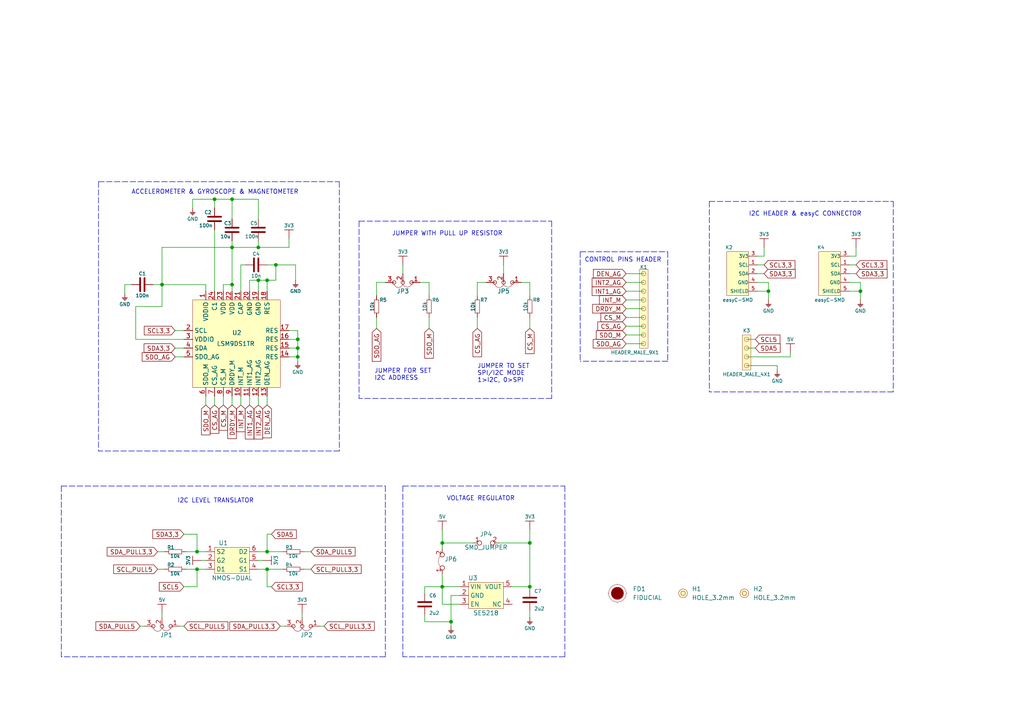
<source format=kicad_sch>
(kicad_sch (version 20211123) (generator eeschema)

  (uuid 4531e10b-7ee4-446e-8066-f027dcf60d70)

  (paper "A4")

  (title_block
    (title "Accelerometer & Gyroscope & Magnetometer LSM9DS1TR breakout")
    (date "2023-05-22")
    (rev "v1.2.2.")
    (company "SOLDERED")
    (comment 1 "333069")
  )

  (lib_symbols
    (symbol "e-radionica.com schematics:0603C" (pin_numbers hide) (pin_names (offset 0.002)) (in_bom yes) (on_board yes)
      (property "Reference" "C" (id 0) (at 0 3.81 0)
        (effects (font (size 1 1)))
      )
      (property "Value" "0603C" (id 1) (at 0 -3.175 0)
        (effects (font (size 1 1)))
      )
      (property "Footprint" "e-radionica.com footprinti:0603C" (id 2) (at 0.635 -4.445 0)
        (effects (font (size 1 1)) hide)
      )
      (property "Datasheet" "" (id 3) (at 0 0 0)
        (effects (font (size 1 1)) hide)
      )
      (symbol "0603C_0_1"
        (polyline
          (pts
            (xy -0.635 1.905)
            (xy -0.635 -1.905)
          )
          (stroke (width 0.5) (type default) (color 0 0 0 0))
          (fill (type none))
        )
        (polyline
          (pts
            (xy 0.635 1.905)
            (xy 0.635 -1.905)
          )
          (stroke (width 0.5) (type default) (color 0 0 0 0))
          (fill (type none))
        )
      )
      (symbol "0603C_1_1"
        (pin passive line (at -3.175 0 0) (length 2.54)
          (name "~" (effects (font (size 1.27 1.27))))
          (number "1" (effects (font (size 1.27 1.27))))
        )
        (pin passive line (at 3.175 0 180) (length 2.54)
          (name "~" (effects (font (size 1.27 1.27))))
          (number "2" (effects (font (size 1.27 1.27))))
        )
      )
    )
    (symbol "e-radionica.com schematics:0603R" (pin_numbers hide) (pin_names (offset 0.254)) (in_bom yes) (on_board yes)
      (property "Reference" "R" (id 0) (at 0 1.27 0)
        (effects (font (size 1 1)))
      )
      (property "Value" "0603R" (id 1) (at 0 -1.905 0)
        (effects (font (size 1 1)))
      )
      (property "Footprint" "e-radionica.com footprinti:0603R" (id 2) (at 0 -3.81 0)
        (effects (font (size 1 1)) hide)
      )
      (property "Datasheet" "" (id 3) (at -0.635 1.905 0)
        (effects (font (size 1 1)) hide)
      )
      (symbol "0603R_0_1"
        (rectangle (start -1.905 -0.635) (end 1.905 -0.6604)
          (stroke (width 0.1) (type default) (color 0 0 0 0))
          (fill (type none))
        )
        (rectangle (start -1.905 0.635) (end -1.8796 -0.635)
          (stroke (width 0.1) (type default) (color 0 0 0 0))
          (fill (type none))
        )
        (rectangle (start -1.905 0.635) (end 1.905 0.6096)
          (stroke (width 0.1) (type default) (color 0 0 0 0))
          (fill (type none))
        )
        (rectangle (start 1.905 0.635) (end 1.9304 -0.635)
          (stroke (width 0.1) (type default) (color 0 0 0 0))
          (fill (type none))
        )
      )
      (symbol "0603R_1_1"
        (pin passive line (at -3.175 0 0) (length 1.27)
          (name "~" (effects (font (size 1.27 1.27))))
          (number "1" (effects (font (size 1.27 1.27))))
        )
        (pin passive line (at 3.175 0 180) (length 1.27)
          (name "~" (effects (font (size 1.27 1.27))))
          (number "2" (effects (font (size 1.27 1.27))))
        )
      )
    )
    (symbol "e-radionica.com schematics:1206C" (pin_numbers hide) (in_bom yes) (on_board yes)
      (property "Reference" "C" (id 0) (at 0 3.81 0)
        (effects (font (size 1 1)))
      )
      (property "Value" "1206C" (id 1) (at 0 -3.175 0)
        (effects (font (size 1 1)))
      )
      (property "Footprint" "e-radionica.com footprinti:1206C" (id 2) (at 0 -5.08 0)
        (effects (font (size 1 1)) hide)
      )
      (property "Datasheet" "" (id 3) (at 0 0 0)
        (effects (font (size 1 1)) hide)
      )
      (symbol "1206C_0_1"
        (polyline
          (pts
            (xy -0.635 1.905)
            (xy -0.635 -1.905)
          )
          (stroke (width 0.5) (type default) (color 0 0 0 0))
          (fill (type none))
        )
        (polyline
          (pts
            (xy 0.635 1.905)
            (xy 0.635 -1.905)
          )
          (stroke (width 0.5) (type default) (color 0 0 0 0))
          (fill (type none))
        )
      )
      (symbol "1206C_1_1"
        (pin passive line (at -3.175 0 0) (length 2.54)
          (name "~" (effects (font (size 1.27 1.27))))
          (number "1" (effects (font (size 1.27 1.27))))
        )
        (pin passive line (at 3.175 0 180) (length 2.54)
          (name "~" (effects (font (size 1.27 1.27))))
          (number "2" (effects (font (size 1.27 1.27))))
        )
      )
    )
    (symbol "e-radionica.com schematics:3V3" (power) (pin_names (offset 0)) (in_bom yes) (on_board yes)
      (property "Reference" "#PWR" (id 0) (at 4.445 0 0)
        (effects (font (size 1 1)) hide)
      )
      (property "Value" "3V3" (id 1) (at 0 3.556 0)
        (effects (font (size 1 1)))
      )
      (property "Footprint" "" (id 2) (at 4.445 3.81 0)
        (effects (font (size 1 1)) hide)
      )
      (property "Datasheet" "" (id 3) (at 4.445 3.81 0)
        (effects (font (size 1 1)) hide)
      )
      (property "ki_keywords" "power-flag" (id 4) (at 0 0 0)
        (effects (font (size 1.27 1.27)) hide)
      )
      (property "ki_description" "Power symbol creates a global label with name \"3V3\"" (id 5) (at 0 0 0)
        (effects (font (size 1.27 1.27)) hide)
      )
      (symbol "3V3_0_1"
        (polyline
          (pts
            (xy -1.27 2.54)
            (xy 1.27 2.54)
          )
          (stroke (width 0.16) (type default) (color 0 0 0 0))
          (fill (type none))
        )
        (polyline
          (pts
            (xy 0 0)
            (xy 0 2.54)
          )
          (stroke (width 0) (type default) (color 0 0 0 0))
          (fill (type none))
        )
      )
      (symbol "3V3_1_1"
        (pin power_in line (at 0 0 90) (length 0) hide
          (name "3V3" (effects (font (size 1.27 1.27))))
          (number "1" (effects (font (size 1.27 1.27))))
        )
      )
    )
    (symbol "e-radionica.com schematics:5V" (power) (pin_names (offset 0)) (in_bom yes) (on_board yes)
      (property "Reference" "#PWR" (id 0) (at 4.445 0 0)
        (effects (font (size 1 1)) hide)
      )
      (property "Value" "5V" (id 1) (at 0 3.556 0)
        (effects (font (size 1 1)))
      )
      (property "Footprint" "" (id 2) (at 4.445 3.81 0)
        (effects (font (size 1 1)) hide)
      )
      (property "Datasheet" "" (id 3) (at 4.445 3.81 0)
        (effects (font (size 1 1)) hide)
      )
      (property "ki_keywords" "power-flag" (id 4) (at 0 0 0)
        (effects (font (size 1.27 1.27)) hide)
      )
      (property "ki_description" "Power symbol creates a global label with name \"5V\"" (id 5) (at 0 0 0)
        (effects (font (size 1.27 1.27)) hide)
      )
      (symbol "5V_0_1"
        (polyline
          (pts
            (xy -1.27 2.54)
            (xy 1.27 2.54)
          )
          (stroke (width 0.16) (type default) (color 0 0 0 0))
          (fill (type none))
        )
        (polyline
          (pts
            (xy 0 0)
            (xy 0 2.54)
          )
          (stroke (width 0) (type default) (color 0 0 0 0))
          (fill (type none))
        )
      )
      (symbol "5V_1_1"
        (pin power_in line (at 0 0 90) (length 0) hide
          (name "5V" (effects (font (size 1.27 1.27))))
          (number "1" (effects (font (size 1.27 1.27))))
        )
      )
    )
    (symbol "e-radionica.com schematics:FIDUCIAL" (in_bom no) (on_board yes)
      (property "Reference" "FD" (id 0) (at 0 3.81 0)
        (effects (font (size 1.27 1.27)))
      )
      (property "Value" "FIDUCIAL" (id 1) (at 0 -3.81 0)
        (effects (font (size 1.27 1.27)))
      )
      (property "Footprint" "e-radionica.com footprinti:FIDUCIAL_23" (id 2) (at 0.254 -5.334 0)
        (effects (font (size 1.27 1.27)) hide)
      )
      (property "Datasheet" "" (id 3) (at 0 0 0)
        (effects (font (size 1.27 1.27)) hide)
      )
      (symbol "FIDUCIAL_0_1"
        (polyline
          (pts
            (xy -2.54 0)
            (xy -2.794 0)
          )
          (stroke (width 0.0006) (type default) (color 0 0 0 0))
          (fill (type none))
        )
        (polyline
          (pts
            (xy 0 -2.54)
            (xy 0 -2.794)
          )
          (stroke (width 0.0006) (type default) (color 0 0 0 0))
          (fill (type none))
        )
        (polyline
          (pts
            (xy 0 2.54)
            (xy 0 2.794)
          )
          (stroke (width 0.0006) (type default) (color 0 0 0 0))
          (fill (type none))
        )
        (polyline
          (pts
            (xy 2.54 0)
            (xy 2.794 0)
          )
          (stroke (width 0.0006) (type default) (color 0 0 0 0))
          (fill (type none))
        )
        (circle (center 0 0) (radius 1.7961)
          (stroke (width 0.001) (type default) (color 0 0 0 0))
          (fill (type outline))
        )
        (circle (center 0 0) (radius 2.54)
          (stroke (width 0.0006) (type default) (color 0 0 0 0))
          (fill (type none))
        )
      )
    )
    (symbol "e-radionica.com schematics:GND" (power) (pin_names (offset 0)) (in_bom yes) (on_board yes)
      (property "Reference" "#PWR" (id 0) (at 4.445 0 0)
        (effects (font (size 1 1)) hide)
      )
      (property "Value" "GND" (id 1) (at 0 -2.921 0)
        (effects (font (size 1 1)))
      )
      (property "Footprint" "" (id 2) (at 4.445 3.81 0)
        (effects (font (size 1 1)) hide)
      )
      (property "Datasheet" "" (id 3) (at 4.445 3.81 0)
        (effects (font (size 1 1)) hide)
      )
      (property "ki_keywords" "power-flag" (id 4) (at 0 0 0)
        (effects (font (size 1.27 1.27)) hide)
      )
      (property "ki_description" "Power symbol creates a global label with name \"GND\"" (id 5) (at 0 0 0)
        (effects (font (size 1.27 1.27)) hide)
      )
      (symbol "GND_0_1"
        (polyline
          (pts
            (xy -0.762 -1.27)
            (xy 0.762 -1.27)
          )
          (stroke (width 0.16) (type default) (color 0 0 0 0))
          (fill (type none))
        )
        (polyline
          (pts
            (xy -0.635 -1.524)
            (xy 0.635 -1.524)
          )
          (stroke (width 0.16) (type default) (color 0 0 0 0))
          (fill (type none))
        )
        (polyline
          (pts
            (xy -0.381 -1.778)
            (xy 0.381 -1.778)
          )
          (stroke (width 0.16) (type default) (color 0 0 0 0))
          (fill (type none))
        )
        (polyline
          (pts
            (xy -0.127 -2.032)
            (xy 0.127 -2.032)
          )
          (stroke (width 0.16) (type default) (color 0 0 0 0))
          (fill (type none))
        )
        (polyline
          (pts
            (xy 0 0)
            (xy 0 -1.27)
          )
          (stroke (width 0.16) (type default) (color 0 0 0 0))
          (fill (type none))
        )
      )
      (symbol "GND_1_1"
        (pin power_in line (at 0 0 270) (length 0) hide
          (name "GND" (effects (font (size 1.27 1.27))))
          (number "1" (effects (font (size 1.27 1.27))))
        )
      )
    )
    (symbol "e-radionica.com schematics:HEADER_MALE_4X1" (pin_numbers hide) (pin_names hide) (in_bom yes) (on_board yes)
      (property "Reference" "K" (id 0) (at 0 7.62 0)
        (effects (font (size 1 1)))
      )
      (property "Value" "HEADER_MALE_4X1" (id 1) (at 0 -5.08 0)
        (effects (font (size 1 1)))
      )
      (property "Footprint" "e-radionica.com footprinti:HEADER_MALE_4X1" (id 2) (at 0 -6.35 0)
        (effects (font (size 1 1)) hide)
      )
      (property "Datasheet" "" (id 3) (at 0 -2.54 0)
        (effects (font (size 1 1)) hide)
      )
      (symbol "HEADER_MALE_4X1_0_1"
        (circle (center 0 -2.54) (radius 0.635)
          (stroke (width 0.0006) (type default) (color 0 0 0 0))
          (fill (type none))
        )
        (circle (center 0 0) (radius 0.635)
          (stroke (width 0.0006) (type default) (color 0 0 0 0))
          (fill (type none))
        )
        (circle (center 0 2.54) (radius 0.635)
          (stroke (width 0.0006) (type default) (color 0 0 0 0))
          (fill (type none))
        )
        (circle (center 0 5.08) (radius 0.635)
          (stroke (width 0.0006) (type default) (color 0 0 0 0))
          (fill (type none))
        )
        (rectangle (start 1.27 -3.81) (end -1.27 6.35)
          (stroke (width 0.001) (type default) (color 0 0 0 0))
          (fill (type background))
        )
      )
      (symbol "HEADER_MALE_4X1_1_1"
        (pin passive line (at 0 -2.54 180) (length 0)
          (name "~" (effects (font (size 1 1))))
          (number "1" (effects (font (size 1 1))))
        )
        (pin passive line (at 0 0 180) (length 0)
          (name "~" (effects (font (size 1 1))))
          (number "2" (effects (font (size 1 1))))
        )
        (pin passive line (at 0 2.54 180) (length 0)
          (name "~" (effects (font (size 1 1))))
          (number "3" (effects (font (size 1 1))))
        )
        (pin passive line (at 0 5.08 180) (length 0)
          (name "~" (effects (font (size 1 1))))
          (number "4" (effects (font (size 1 1))))
        )
      )
    )
    (symbol "e-radionica.com schematics:HEADER_MALE_9X1" (pin_numbers hide) (pin_names hide) (in_bom yes) (on_board yes)
      (property "Reference" "K" (id 0) (at 0 12.7 0)
        (effects (font (size 1 1)))
      )
      (property "Value" "HEADER_MALE_9X1" (id 1) (at 0.635 -12.7 0)
        (effects (font (size 1 1)))
      )
      (property "Footprint" "e-radionica.com footprinti:HEADER_MALE_9X1" (id 2) (at 1.27 -13.97 0)
        (effects (font (size 1 1)) hide)
      )
      (property "Datasheet" "" (id 3) (at 0 0 0)
        (effects (font (size 1 1)) hide)
      )
      (symbol "HEADER_MALE_9X1_0_1"
        (circle (center 0 -10.16) (radius 0.635)
          (stroke (width 0.0006) (type default) (color 0 0 0 0))
          (fill (type none))
        )
        (circle (center 0 -7.62) (radius 0.635)
          (stroke (width 0.0006) (type default) (color 0 0 0 0))
          (fill (type none))
        )
        (circle (center 0 -5.08) (radius 0.635)
          (stroke (width 0.0006) (type default) (color 0 0 0 0))
          (fill (type none))
        )
        (circle (center 0 -2.54) (radius 0.635)
          (stroke (width 0.0006) (type default) (color 0 0 0 0))
          (fill (type none))
        )
        (circle (center 0 0) (radius 0.635)
          (stroke (width 0.0006) (type default) (color 0 0 0 0))
          (fill (type none))
        )
        (circle (center 0 2.54) (radius 0.635)
          (stroke (width 0.0006) (type default) (color 0 0 0 0))
          (fill (type none))
        )
        (circle (center 0 5.08) (radius 0.635)
          (stroke (width 0.0006) (type default) (color 0 0 0 0))
          (fill (type none))
        )
        (circle (center 0 7.62) (radius 0.635)
          (stroke (width 0.0006) (type default) (color 0 0 0 0))
          (fill (type none))
        )
        (circle (center 0 10.16) (radius 0.635)
          (stroke (width 0.0006) (type default) (color 0 0 0 0))
          (fill (type none))
        )
        (rectangle (start 1.27 -11.43) (end -1.27 11.43)
          (stroke (width 0.01) (type default) (color 0 0 0 0))
          (fill (type background))
        )
      )
      (symbol "HEADER_MALE_9X1_1_1"
        (pin passive line (at 0 -10.16 180) (length 0)
          (name "~" (effects (font (size 0.991 0.991))))
          (number "1" (effects (font (size 0.991 0.991))))
        )
        (pin passive line (at 0 -7.62 180) (length 0)
          (name "~" (effects (font (size 0.991 0.991))))
          (number "2" (effects (font (size 0.991 0.991))))
        )
        (pin passive line (at 0 -5.08 180) (length 0)
          (name "~" (effects (font (size 0.991 0.991))))
          (number "3" (effects (font (size 0.991 0.991))))
        )
        (pin passive line (at 0 -2.54 180) (length 0)
          (name "~" (effects (font (size 0.991 0.991))))
          (number "4" (effects (font (size 0.991 0.991))))
        )
        (pin passive line (at 0 0 180) (length 0)
          (name "~" (effects (font (size 0.991 0.991))))
          (number "5" (effects (font (size 0.991 0.991))))
        )
        (pin passive line (at 0 2.54 180) (length 0)
          (name "~" (effects (font (size 0.991 0.991))))
          (number "6" (effects (font (size 0.991 0.991))))
        )
        (pin passive line (at 0 5.08 180) (length 0)
          (name "~" (effects (font (size 0.991 0.991))))
          (number "7" (effects (font (size 0.991 0.991))))
        )
        (pin passive line (at 0 7.62 180) (length 0)
          (name "~" (effects (font (size 0.991 0.991))))
          (number "8" (effects (font (size 0.991 0.991))))
        )
        (pin passive line (at 0 10.16 180) (length 0)
          (name "~" (effects (font (size 0.991 0.991))))
          (number "9" (effects (font (size 0.991 0.991))))
        )
      )
    )
    (symbol "e-radionica.com schematics:HOLE_3.2mm" (pin_numbers hide) (pin_names hide) (in_bom yes) (on_board yes)
      (property "Reference" "H" (id 0) (at 0 2.54 0)
        (effects (font (size 1.27 1.27)))
      )
      (property "Value" "HOLE_3.2mm" (id 1) (at 0 -2.54 0)
        (effects (font (size 1.27 1.27)))
      )
      (property "Footprint" "e-radionica.com footprinti:HOLE_3.2mm" (id 2) (at 0 -5.08 0)
        (effects (font (size 1.27 1.27)) hide)
      )
      (property "Datasheet" "" (id 3) (at 0 0 0)
        (effects (font (size 1.27 1.27)) hide)
      )
      (symbol "HOLE_3.2mm_0_1"
        (circle (center 0 0) (radius 0.635)
          (stroke (width 0.1) (type default) (color 0 0 0 0))
          (fill (type none))
        )
        (circle (center 0 0) (radius 1.27)
          (stroke (width 0.1) (type default) (color 0 0 0 0))
          (fill (type background))
        )
      )
    )
    (symbol "e-radionica.com schematics:LSM9DS1TR" (in_bom yes) (on_board yes)
      (property "Reference" "U" (id 0) (at 0 2.54 0)
        (effects (font (size 1.27 1.27)))
      )
      (property "Value" "LSM9DS1TR" (id 1) (at 0 -1.27 0)
        (effects (font (size 1.27 1.27)))
      )
      (property "Footprint" "e-radionica.com footprinti:LSM9DS1TR" (id 2) (at -1.27 -20.32 0)
        (effects (font (size 1.27 1.27)) hide)
      )
      (property "Datasheet" "" (id 3) (at -3.81 -6.35 0)
        (effects (font (size 1.27 1.27)) hide)
      )
      (symbol "LSM9DS1TR_0_1"
        (rectangle (start -12.7 12.7) (end 12.7 -12.7)
          (stroke (width 0.1) (type default) (color 0 0 0 0))
          (fill (type background))
        )
      )
      (symbol "LSM9DS1TR_1_1"
        (pin input line (at -8.89 15.24 270) (length 2.54)
          (name "VDDIO" (effects (font (size 1.27 1.27))))
          (number "1" (effects (font (size 1.27 1.27))))
        )
        (pin input line (at 1.27 -15.24 90) (length 2.54)
          (name "INT_M" (effects (font (size 1.27 1.27))))
          (number "10" (effects (font (size 1.27 1.27))))
        )
        (pin input line (at 3.81 -15.24 90) (length 2.54)
          (name "INT1_AG" (effects (font (size 1.27 1.27))))
          (number "11" (effects (font (size 1.27 1.27))))
        )
        (pin input line (at 6.35 -15.24 90) (length 2.54)
          (name "INT2_AG" (effects (font (size 1.27 1.27))))
          (number "12" (effects (font (size 1.27 1.27))))
        )
        (pin input line (at 8.89 -15.24 90) (length 2.54)
          (name "DEN_AG" (effects (font (size 1.27 1.27))))
          (number "13" (effects (font (size 1.27 1.27))))
        )
        (pin input line (at 15.24 -3.81 180) (length 2.54)
          (name "RES" (effects (font (size 1.27 1.27))))
          (number "14" (effects (font (size 1.27 1.27))))
        )
        (pin input line (at 15.24 -1.27 180) (length 2.54)
          (name "RES" (effects (font (size 1.27 1.27))))
          (number "15" (effects (font (size 1.27 1.27))))
        )
        (pin input line (at 15.24 1.27 180) (length 2.54)
          (name "RES" (effects (font (size 1.27 1.27))))
          (number "16" (effects (font (size 1.27 1.27))))
        )
        (pin input line (at 15.24 3.81 180) (length 2.54)
          (name "RES" (effects (font (size 1.27 1.27))))
          (number "17" (effects (font (size 1.27 1.27))))
        )
        (pin input line (at 8.89 15.24 270) (length 2.54)
          (name "RES" (effects (font (size 1.27 1.27))))
          (number "18" (effects (font (size 1.27 1.27))))
        )
        (pin input line (at 6.35 15.24 270) (length 2.54)
          (name "GND" (effects (font (size 1.27 1.27))))
          (number "19" (effects (font (size 1.27 1.27))))
        )
        (pin input line (at -15.24 3.81 0) (length 2.54)
          (name "SCL" (effects (font (size 1.27 1.27))))
          (number "2" (effects (font (size 1.27 1.27))))
        )
        (pin input line (at 3.81 15.24 270) (length 2.54)
          (name "GND" (effects (font (size 1.27 1.27))))
          (number "20" (effects (font (size 1.27 1.27))))
        )
        (pin input line (at 1.27 15.24 270) (length 2.54)
          (name "CAP" (effects (font (size 1.27 1.27))))
          (number "21" (effects (font (size 1.27 1.27))))
        )
        (pin input line (at -1.27 15.24 270) (length 2.54)
          (name "VDD" (effects (font (size 1.27 1.27))))
          (number "22" (effects (font (size 1.27 1.27))))
        )
        (pin input line (at -3.81 15.24 270) (length 2.54)
          (name "VDD" (effects (font (size 1.27 1.27))))
          (number "23" (effects (font (size 1.27 1.27))))
        )
        (pin input line (at -6.35 15.24 270) (length 2.54)
          (name "C1" (effects (font (size 1.27 1.27))))
          (number "24" (effects (font (size 1.27 1.27))))
        )
        (pin input line (at -15.24 1.27 0) (length 2.54)
          (name "VDDIO" (effects (font (size 1.27 1.27))))
          (number "3" (effects (font (size 1.27 1.27))))
        )
        (pin input line (at -15.24 -1.27 0) (length 2.54)
          (name "SDA" (effects (font (size 1.27 1.27))))
          (number "4" (effects (font (size 1.27 1.27))))
        )
        (pin input line (at -15.24 -3.81 0) (length 2.54)
          (name "SDO_AG" (effects (font (size 1.27 1.27))))
          (number "5" (effects (font (size 1.27 1.27))))
        )
        (pin input line (at -8.89 -15.24 90) (length 2.54)
          (name "SDO_M" (effects (font (size 1.27 1.27))))
          (number "6" (effects (font (size 1.27 1.27))))
        )
        (pin input line (at -6.35 -15.24 90) (length 2.54)
          (name "CS_AG" (effects (font (size 1.27 1.27))))
          (number "7" (effects (font (size 1.27 1.27))))
        )
        (pin input line (at -3.81 -15.24 90) (length 2.54)
          (name "CS_M" (effects (font (size 1.27 1.27))))
          (number "8" (effects (font (size 1.27 1.27))))
        )
        (pin input line (at -1.27 -15.24 90) (length 2.54)
          (name "DRDY_M" (effects (font (size 1.27 1.27))))
          (number "9" (effects (font (size 1.27 1.27))))
        )
      )
    )
    (symbol "e-radionica.com schematics:NMOS-DUAL" (in_bom yes) (on_board yes)
      (property "Reference" "U" (id 0) (at 0 5.08 0)
        (effects (font (size 1.27 1.27)))
      )
      (property "Value" "NMOS-DUAL" (id 1) (at 0 -5.08 0)
        (effects (font (size 1.27 1.27)))
      )
      (property "Footprint" "e-radionica.com footprinti:SOT-363" (id 2) (at 0 -7.62 0)
        (effects (font (size 1.27 1.27)) hide)
      )
      (property "Datasheet" "" (id 3) (at 0 -2.54 0)
        (effects (font (size 1.27 1.27)) hide)
      )
      (property "ki_description" "L2N7002SDW1T1G DUAL NMOS" (id 4) (at 0 0 0)
        (effects (font (size 1.27 1.27)) hide)
      )
      (symbol "NMOS-DUAL_0_1"
        (rectangle (start -5.08 3.81) (end 5.08 -3.81)
          (stroke (width 0.1) (type default) (color 0 0 0 0))
          (fill (type background))
        )
      )
      (symbol "NMOS-DUAL_1_1"
        (pin input line (at -7.62 2.54 0) (length 2.54)
          (name "S2" (effects (font (size 1.27 1.27))))
          (number "1" (effects (font (size 1.27 1.27))))
        )
        (pin input line (at -7.62 0 0) (length 2.54)
          (name "G2" (effects (font (size 1.27 1.27))))
          (number "2" (effects (font (size 1.27 1.27))))
        )
        (pin input line (at -7.62 -2.54 0) (length 2.54)
          (name "D1" (effects (font (size 1.27 1.27))))
          (number "3" (effects (font (size 1.27 1.27))))
        )
        (pin input line (at 7.62 -2.54 180) (length 2.54)
          (name "S1" (effects (font (size 1.27 1.27))))
          (number "4" (effects (font (size 1.27 1.27))))
        )
        (pin input line (at 7.62 0 180) (length 2.54)
          (name "G1" (effects (font (size 1.27 1.27))))
          (number "5" (effects (font (size 1.27 1.27))))
        )
        (pin input line (at 7.62 2.54 180) (length 2.54)
          (name "D2" (effects (font (size 1.27 1.27))))
          (number "6" (effects (font (size 1.27 1.27))))
        )
      )
    )
    (symbol "e-radionica.com schematics:SE5218" (in_bom yes) (on_board yes)
      (property "Reference" "U" (id 0) (at 0 5.08 0)
        (effects (font (size 1.27 1.27)))
      )
      (property "Value" "SE5218" (id 1) (at 0 -5.08 0)
        (effects (font (size 1.27 1.27)))
      )
      (property "Footprint" "e-radionica.com footprinti:SOT-23-5" (id 2) (at 0 -7.62 0)
        (effects (font (size 1.27 1.27)) hide)
      )
      (property "Datasheet" "" (id 3) (at 0 0 0)
        (effects (font (size 1.27 1.27)) hide)
      )
      (symbol "SE5218_0_1"
        (rectangle (start -5.08 3.81) (end 5.08 -3.81)
          (stroke (width 0.1) (type default) (color 0 0 0 0))
          (fill (type background))
        )
      )
      (symbol "SE5218_1_1"
        (pin power_in line (at -7.62 2.54 0) (length 2.54)
          (name "VIN" (effects (font (size 1.27 1.27))))
          (number "1" (effects (font (size 1.27 1.27))))
        )
        (pin power_in line (at -7.62 0 0) (length 2.54)
          (name "GND" (effects (font (size 1.27 1.27))))
          (number "2" (effects (font (size 1.27 1.27))))
        )
        (pin input line (at -7.62 -2.54 0) (length 2.54)
          (name "EN" (effects (font (size 1.27 1.27))))
          (number "3" (effects (font (size 1.27 1.27))))
        )
        (pin passive line (at 7.62 -2.54 180) (length 2.54)
          (name "NC" (effects (font (size 1.27 1.27))))
          (number "4" (effects (font (size 1.27 1.27))))
        )
        (pin power_out line (at 7.62 2.54 180) (length 2.54)
          (name "VOUT" (effects (font (size 1.27 1.27))))
          (number "5" (effects (font (size 1.27 1.27))))
        )
      )
    )
    (symbol "e-radionica.com schematics:SMD-JUMPER-CONNECTED_TRACE_SLODERMASK" (in_bom yes) (on_board yes)
      (property "Reference" "JP" (id 0) (at 0 3.556 0)
        (effects (font (size 1.27 1.27)))
      )
      (property "Value" "SMD-JUMPER-CONNECTED_TRACE_SLODERMASK" (id 1) (at 0 -2.54 0)
        (effects (font (size 1.27 1.27)))
      )
      (property "Footprint" "e-radionica.com footprinti:SMD-JUMPER-CONNECTED_TRACE_SLODERMASK" (id 2) (at 0 -5.715 0)
        (effects (font (size 1.27 1.27)) hide)
      )
      (property "Datasheet" "" (id 3) (at 0 0 0)
        (effects (font (size 1.27 1.27)) hide)
      )
      (symbol "SMD-JUMPER-CONNECTED_TRACE_SLODERMASK_0_1"
        (arc (start 1.397 0.5842) (mid -0.2077 1.1365) (end -1.8034 0.5588)
          (stroke (width 0.0006) (type default) (color 0 0 0 0))
          (fill (type none))
        )
      )
      (symbol "SMD-JUMPER-CONNECTED_TRACE_SLODERMASK_1_1"
        (pin passive inverted (at -4.064 0 0) (length 2.54)
          (name "" (effects (font (size 1.27 1.27))))
          (number "1" (effects (font (size 1.27 1.27))))
        )
        (pin passive inverted (at 3.556 0 180) (length 2.54)
          (name "" (effects (font (size 1.27 1.27))))
          (number "2" (effects (font (size 1.27 1.27))))
        )
      )
    )
    (symbol "e-radionica.com schematics:SMD_JUMPER" (in_bom yes) (on_board yes)
      (property "Reference" "JP" (id 0) (at 0 1.397 0)
        (effects (font (size 1.27 1.27)))
      )
      (property "Value" "SMD_JUMPER" (id 1) (at 0 -2.54 0)
        (effects (font (size 1.27 1.27)))
      )
      (property "Footprint" "e-radionica.com footprinti:SMD_JUMPER" (id 2) (at 0 -5.08 0)
        (effects (font (size 1.27 1.27)) hide)
      )
      (property "Datasheet" "" (id 3) (at 0 0 0)
        (effects (font (size 1.27 1.27)) hide)
      )
      (symbol "SMD_JUMPER_1_1"
        (pin passive inverted (at -3.81 0 0) (length 2.54)
          (name "" (effects (font (size 1.27 1.27))))
          (number "1" (effects (font (size 1.27 1.27))))
        )
        (pin passive inverted (at 3.81 0 180) (length 2.54)
          (name "" (effects (font (size 1.27 1.27))))
          (number "2" (effects (font (size 1.27 1.27))))
        )
      )
    )
    (symbol "e-radionica.com schematics:SMD_JUMPER_3_PAD_TRACE" (in_bom yes) (on_board yes)
      (property "Reference" "JP" (id 0) (at 0 2.54 0)
        (effects (font (size 1.27 1.27)))
      )
      (property "Value" "SMD_JUMPER_3_PAD_TRACE" (id 1) (at 0.3048 -4.572 0)
        (effects (font (size 1.27 1.27)))
      )
      (property "Footprint" "e-radionica.com footprinti:SMD_JUMPER_3_PAD_TRACE" (id 2) (at 0 -7.62 0)
        (effects (font (size 1.27 1.27)) hide)
      )
      (property "Datasheet" "" (id 3) (at 0 0 0)
        (effects (font (size 1.27 1.27)) hide)
      )
      (symbol "SMD_JUMPER_3_PAD_TRACE_0_1"
        (circle (center -2.54 0) (radius 0.508)
          (stroke (width 0.1524) (type default) (color 0 0 0 0))
          (fill (type none))
        )
        (circle (center 0 0) (radius 0.508)
          (stroke (width 0.1524) (type default) (color 0 0 0 0))
          (fill (type none))
        )
        (arc (start 0 0.508) (mid -1.27 1.3552) (end -2.54 0.508)
          (stroke (width 0.1) (type default) (color 0 0 0 0))
          (fill (type none))
        )
        (circle (center 2.54 0) (radius 0.508)
          (stroke (width 0.1524) (type default) (color 0 0 0 0))
          (fill (type none))
        )
        (arc (start 2.54 0.508) (mid 1.27 1.4777) (end 0 0.508)
          (stroke (width 0.1) (type default) (color 0 0 0 0))
          (fill (type none))
        )
      )
      (symbol "SMD_JUMPER_3_PAD_TRACE_1_1"
        (pin input line (at -5.08 0 0) (length 2.54)
          (name "" (effects (font (size 1.27 1.27))))
          (number "1" (effects (font (size 1.27 1.27))))
        )
        (pin input line (at 0 -2.54 90) (length 2.54)
          (name "" (effects (font (size 1.27 1.27))))
          (number "2" (effects (font (size 1.27 1.27))))
        )
        (pin input line (at 5.08 0 180) (length 2.54)
          (name "" (effects (font (size 1.27 1.27))))
          (number "3" (effects (font (size 1.27 1.27))))
        )
      )
    )
    (symbol "e-radionica.com schematics:easyC-SMD" (pin_names (offset 0.002)) (in_bom yes) (on_board yes)
      (property "Reference" "K" (id 0) (at 0 10.16 0)
        (effects (font (size 1 1)))
      )
      (property "Value" "easyC-SMD" (id 1) (at 0 -5.08 0)
        (effects (font (size 1 1)))
      )
      (property "Footprint" "e-radionica.com footprinti:easyC-connector" (id 2) (at 0 -6.35 0)
        (effects (font (size 1 1)) hide)
      )
      (property "Datasheet" "" (id 3) (at 3.175 2.54 0)
        (effects (font (size 1 1)) hide)
      )
      (symbol "easyC-SMD_0_1"
        (rectangle (start -3.175 8.89) (end 3.175 -3.81)
          (stroke (width 0.1) (type default) (color 0 0 0 0))
          (fill (type background))
        )
      )
      (symbol "easyC-SMD_1_1"
        (pin passive line (at 5.715 5.08 180) (length 2.54)
          (name "SCL" (effects (font (size 1 1))))
          (number "1" (effects (font (size 1 1))))
        )
        (pin passive line (at 5.715 2.54 180) (length 2.54)
          (name "SDA" (effects (font (size 1 1))))
          (number "2" (effects (font (size 1 1))))
        )
        (pin passive line (at 5.715 7.62 180) (length 2.54)
          (name "3V3" (effects (font (size 1 1))))
          (number "3" (effects (font (size 1 1))))
        )
        (pin passive line (at 5.715 0 180) (length 2.54)
          (name "GND" (effects (font (size 1 1))))
          (number "4" (effects (font (size 1 1))))
        )
        (pin passive line (at 5.715 -2.54 180) (length 2.54)
          (name "SHIELD" (effects (font (size 1 1))))
          (number "5" (effects (font (size 1 1))))
        )
      )
    )
  )

  (junction (at 57.15 160.02) (diameter 0.9144) (color 0 0 0 0)
    (uuid 12422a89-3d0c-485c-9386-f77121fd68fd)
  )
  (junction (at 86.36 100.965) (diameter 0.9144) (color 0 0 0 0)
    (uuid 1e8701fc-ad24-40ea-846a-e3db538d6077)
  )
  (junction (at 86.36 98.425) (diameter 0.9144) (color 0 0 0 0)
    (uuid 25d545dc-8f50-4573-922c-35ef5a2a3a19)
  )
  (junction (at 62.23 57.785) (diameter 0.9144) (color 0 0 0 0)
    (uuid 40165eda-4ba6-4565-9bb4-b9df6dbb08da)
  )
  (junction (at 130.81 180.34) (diameter 0.9144) (color 0 0 0 0)
    (uuid 40976bf0-19de-460f-ad64-224d4f51e16b)
  )
  (junction (at 67.31 71.755) (diameter 0.9144) (color 0 0 0 0)
    (uuid 4780a290-d25c-4459-9579-eba3f7678762)
  )
  (junction (at 46.99 82.55) (diameter 0.9144) (color 0 0 0 0)
    (uuid 7d34f6b1-ab31-49be-b011-c67fe67a8a56)
  )
  (junction (at 67.31 57.785) (diameter 0.9144) (color 0 0 0 0)
    (uuid 7e023245-2c2b-4e2b-bfb9-5d35176e88f2)
  )
  (junction (at 128.27 170.18) (diameter 0.9144) (color 0 0 0 0)
    (uuid 8c514922-ffe1-4e37-a260-e807409f2e0d)
  )
  (junction (at 57.15 165.1) (diameter 0.9144) (color 0 0 0 0)
    (uuid 8e06ba1f-e3ba-4eb9-a10e-887dffd566d6)
  )
  (junction (at 222.885 84.455) (diameter 0.9144) (color 0 0 0 0)
    (uuid a15a7506-eae4-4933-84da-9ad754258706)
  )
  (junction (at 77.47 160.02) (diameter 0.9144) (color 0 0 0 0)
    (uuid aca4de92-9c41-4c2b-9afa-540d02dafa1c)
  )
  (junction (at 74.93 71.755) (diameter 0.9144) (color 0 0 0 0)
    (uuid babeabf2-f3b0-4ed5-8d9e-0215947e6cf3)
  )
  (junction (at 128.27 157.48) (diameter 0.9144) (color 0 0 0 0)
    (uuid c25a772d-af9c-4ebc-96f6-0966738c13a8)
  )
  (junction (at 77.47 165.1) (diameter 0.9144) (color 0 0 0 0)
    (uuid c43663ee-9a0d-4f27-a292-89ba89964065)
  )
  (junction (at 80.01 76.835) (diameter 0.9144) (color 0 0 0 0)
    (uuid c830e3bc-dc64-4f65-8f47-3b106bae2807)
  )
  (junction (at 153.67 170.18) (diameter 0.9144) (color 0 0 0 0)
    (uuid c8c79177-94d4-43e2-a654-f0a5554fbb68)
  )
  (junction (at 249.555 84.455) (diameter 0.9144) (color 0 0 0 0)
    (uuid d3c11c8f-a73d-4211-934b-a6da255728ad)
  )
  (junction (at 86.36 103.505) (diameter 0.9144) (color 0 0 0 0)
    (uuid d5641ac9-9be7-46bf-90b3-6c83d852b5ba)
  )
  (junction (at 77.47 81.28) (diameter 0.9144) (color 0 0 0 0)
    (uuid d7269d2a-b8c0-422d-8f25-f79ea31bf75e)
  )
  (junction (at 67.31 82.55) (diameter 0.9144) (color 0 0 0 0)
    (uuid df68c26a-03b5-4466-aecf-ba34b7dce6b7)
  )
  (junction (at 153.67 157.48) (diameter 0.9144) (color 0 0 0 0)
    (uuid e21aa84b-970e-47cf-b64f-3b55ee0e1b51)
  )
  (junction (at 74.93 81.28) (diameter 0.9144) (color 0 0 0 0)
    (uuid e8c50f1b-c316-4110-9cce-5c24c65a1eaa)
  )

  (wire (pts (xy 153.67 81.915) (xy 153.67 85.725))
    (stroke (width 0) (type solid) (color 0 0 0 0))
    (uuid 00d3ac00-3f74-44ba-b482-0e7c06084f4f)
  )
  (wire (pts (xy 39.37 88.9) (xy 46.99 88.9))
    (stroke (width 0) (type solid) (color 0 0 0 0))
    (uuid 00e8ddb8-26ca-4160-9c46-b838eb728eb6)
  )
  (wire (pts (xy 144.78 157.48) (xy 153.67 157.48))
    (stroke (width 0) (type solid) (color 0 0 0 0))
    (uuid 0120ded6-8950-48c6-9deb-927d869be1e8)
  )
  (wire (pts (xy 153.67 157.48) (xy 153.67 153.67))
    (stroke (width 0) (type solid) (color 0 0 0 0))
    (uuid 01d71ef2-3ca6-435b-b75e-ece74e9f1ae1)
  )
  (wire (pts (xy 78.74 170.18) (xy 77.47 170.18))
    (stroke (width 0) (type solid) (color 0 0 0 0))
    (uuid 02762eee-b0bb-4908-b36c-84547ab993c0)
  )
  (wire (pts (xy 64.77 82.55) (xy 67.31 82.55))
    (stroke (width 0) (type solid) (color 0 0 0 0))
    (uuid 033f2eb0-d9b2-4004-9bdd-b0024dd4cdb3)
  )
  (wire (pts (xy 128.27 157.48) (xy 137.16 157.48))
    (stroke (width 0) (type solid) (color 0 0 0 0))
    (uuid 03d420dd-c827-4c15-a6b0-ea6f04da5746)
  )
  (wire (pts (xy 57.15 170.18) (xy 57.15 165.1))
    (stroke (width 0) (type solid) (color 0 0 0 0))
    (uuid 06ebbe85-3ab9-44c9-895b-6eab657c8d45)
  )
  (wire (pts (xy 133.35 170.18) (xy 128.27 170.18))
    (stroke (width 0) (type solid) (color 0 0 0 0))
    (uuid 0725e97d-6d52-48ae-9652-06972950eef2)
  )
  (wire (pts (xy 46.99 179.07) (xy 46.99 177.8))
    (stroke (width 0) (type default) (color 0 0 0 0))
    (uuid 0e441e9b-127f-4bc3-9162-215c89745050)
  )
  (wire (pts (xy 74.93 71.755) (xy 67.31 71.755))
    (stroke (width 0) (type solid) (color 0 0 0 0))
    (uuid 14269de0-3396-4bf6-8cb2-20de21e1a0f0)
  )
  (wire (pts (xy 83.82 69.215) (xy 83.82 71.755))
    (stroke (width 0) (type solid) (color 0 0 0 0))
    (uuid 14269de0-3396-4bf6-8cb2-20de21e1a0f1)
  )
  (wire (pts (xy 83.82 71.755) (xy 74.93 71.755))
    (stroke (width 0) (type solid) (color 0 0 0 0))
    (uuid 14269de0-3396-4bf6-8cb2-20de21e1a0f2)
  )
  (wire (pts (xy 181.61 94.615) (xy 186.69 94.615))
    (stroke (width 0) (type solid) (color 0 0 0 0))
    (uuid 150f5ee3-d699-4602-857b-d2994c0d409a)
  )
  (wire (pts (xy 62.23 57.785) (xy 67.31 57.785))
    (stroke (width 0) (type solid) (color 0 0 0 0))
    (uuid 1b8d9068-d836-4e2d-8dd0-a9d93f607a07)
  )
  (wire (pts (xy 67.31 57.785) (xy 74.93 57.785))
    (stroke (width 0) (type solid) (color 0 0 0 0))
    (uuid 1b8d9068-d836-4e2d-8dd0-a9d93f607a08)
  )
  (wire (pts (xy 124.46 92.075) (xy 124.46 95.25))
    (stroke (width 0) (type solid) (color 0 0 0 0))
    (uuid 1e72befb-e1c2-4024-9ff4-0185f7b5bd00)
  )
  (wire (pts (xy 74.93 114.935) (xy 74.93 117.475))
    (stroke (width 0) (type solid) (color 0 0 0 0))
    (uuid 22baa22f-f11e-4622-82a4-8a6f746f11b8)
  )
  (wire (pts (xy 72.39 114.935) (xy 72.39 117.475))
    (stroke (width 0) (type solid) (color 0 0 0 0))
    (uuid 23b2c982-2d1e-441e-85e9-7dfdd2d7aefa)
  )
  (wire (pts (xy 216.535 100.965) (xy 219.075 100.965))
    (stroke (width 0) (type solid) (color 0 0 0 0))
    (uuid 262de00a-ba67-412c-97f6-9fa8cafa92ac)
  )
  (wire (pts (xy 81.28 181.61) (xy 82.55 181.61))
    (stroke (width 0) (type default) (color 0 0 0 0))
    (uuid 26a0ae76-7a62-4685-84ae-3d7f89c7d29b)
  )
  (wire (pts (xy 248.285 74.295) (xy 248.285 71.755))
    (stroke (width 0) (type solid) (color 0 0 0 0))
    (uuid 26f88e98-f1f7-4a16-9b0b-0903682de847)
  )
  (wire (pts (xy 44.45 82.55) (xy 46.99 82.55))
    (stroke (width 0) (type solid) (color 0 0 0 0))
    (uuid 27a5b4af-beba-4b74-aba6-fa60e85ee3ea)
  )
  (wire (pts (xy 109.22 92.075) (xy 109.22 95.25))
    (stroke (width 0) (type solid) (color 0 0 0 0))
    (uuid 28488e7f-a885-4af4-97eb-f80e735ac2a4)
  )
  (wire (pts (xy 80.01 76.835) (xy 77.47 76.835))
    (stroke (width 0) (type solid) (color 0 0 0 0))
    (uuid 29201af8-37f0-486b-89d6-653d77a3f202)
  )
  (wire (pts (xy 85.725 76.835) (xy 80.01 76.835))
    (stroke (width 0) (type solid) (color 0 0 0 0))
    (uuid 29201af8-37f0-486b-89d6-653d77a3f203)
  )
  (wire (pts (xy 85.725 81.28) (xy 85.725 76.835))
    (stroke (width 0) (type default) (color 0 0 0 0))
    (uuid 29201af8-37f0-486b-89d6-653d77a3f204)
  )
  (wire (pts (xy 128.27 166.624) (xy 128.27 170.18))
    (stroke (width 0) (type solid) (color 0 0 0 0))
    (uuid 2edb38b4-43df-4217-93af-9b7346473e8b)
  )
  (polyline (pts (xy 28.575 52.705) (xy 28.575 130.81))
    (stroke (width 0) (type dash) (color 0 0 0 0))
    (uuid 2ff739e9-ce44-4a43-bee7-0a57105b6c3c)
  )
  (polyline (pts (xy 28.575 52.705) (xy 98.425 52.705))
    (stroke (width 0) (type dash) (color 0 0 0 0))
    (uuid 2ff739e9-ce44-4a43-bee7-0a57105b6c3d)
  )
  (polyline (pts (xy 98.425 52.705) (xy 98.425 130.81))
    (stroke (width 0) (type dash) (color 0 0 0 0))
    (uuid 2ff739e9-ce44-4a43-bee7-0a57105b6c3e)
  )
  (polyline (pts (xy 98.425 130.81) (xy 28.575 130.81))
    (stroke (width 0) (type dash) (color 0 0 0 0))
    (uuid 2ff739e9-ce44-4a43-bee7-0a57105b6c3f)
  )

  (wire (pts (xy 128.27 157.48) (xy 128.27 159.004))
    (stroke (width 0) (type solid) (color 0 0 0 0))
    (uuid 3009c7db-0b14-42b6-8897-e7bd528c0c12)
  )
  (wire (pts (xy 246.38 84.455) (xy 249.555 84.455))
    (stroke (width 0) (type solid) (color 0 0 0 0))
    (uuid 314068b6-bf3c-48c1-a184-eced98147795)
  )
  (wire (pts (xy 153.67 92.075) (xy 153.67 95.25))
    (stroke (width 0) (type solid) (color 0 0 0 0))
    (uuid 325200c9-fba9-431c-8b4b-77f54177d042)
  )
  (wire (pts (xy 45.72 165.1) (xy 47.625 165.1))
    (stroke (width 0) (type solid) (color 0 0 0 0))
    (uuid 33451d3a-97a2-41c8-a190-165fbeeb11b8)
  )
  (wire (pts (xy 46.99 71.755) (xy 46.99 82.55))
    (stroke (width 0) (type solid) (color 0 0 0 0))
    (uuid 34132277-5387-4615-a7da-e46a19ddaef2)
  )
  (wire (pts (xy 46.99 82.55) (xy 46.99 88.9))
    (stroke (width 0) (type solid) (color 0 0 0 0))
    (uuid 34132277-5387-4615-a7da-e46a19ddaef3)
  )
  (wire (pts (xy 128.27 153.67) (xy 128.27 157.48))
    (stroke (width 0) (type solid) (color 0 0 0 0))
    (uuid 34e49de8-2b72-49c8-a562-0de8a3576228)
  )
  (wire (pts (xy 69.85 76.835) (xy 69.85 84.455))
    (stroke (width 0) (type solid) (color 0 0 0 0))
    (uuid 3b137271-9880-44a2-9274-b4cd64d3eedb)
  )
  (wire (pts (xy 88.265 165.1) (xy 90.17 165.1))
    (stroke (width 0) (type solid) (color 0 0 0 0))
    (uuid 3b88ecce-6c05-407f-9297-de3ee644f455)
  )
  (wire (pts (xy 53.975 160.02) (xy 57.15 160.02))
    (stroke (width 0) (type solid) (color 0 0 0 0))
    (uuid 3d455775-e318-4ed9-999d-441c00745ab9)
  )
  (wire (pts (xy 181.61 99.695) (xy 186.69 99.695))
    (stroke (width 0) (type solid) (color 0 0 0 0))
    (uuid 3e4252c4-bc1e-4b4e-808d-32824707e5fa)
  )
  (wire (pts (xy 246.38 79.375) (xy 248.285 79.375))
    (stroke (width 0) (type solid) (color 0 0 0 0))
    (uuid 3f5e7c97-7ed7-497a-888b-3d4b3ee84424)
  )
  (wire (pts (xy 67.31 63.5) (xy 67.31 57.785))
    (stroke (width 0) (type solid) (color 0 0 0 0))
    (uuid 46099f53-5da7-4370-8fa2-f52d8a40b80d)
  )
  (wire (pts (xy 246.38 74.295) (xy 248.285 74.295))
    (stroke (width 0) (type solid) (color 0 0 0 0))
    (uuid 483e4293-ca89-4cbd-a75a-9366fd756139)
  )
  (wire (pts (xy 133.35 172.72) (xy 130.81 172.72))
    (stroke (width 0) (type solid) (color 0 0 0 0))
    (uuid 49339669-a545-442c-baaf-8ee4aede78a6)
  )
  (wire (pts (xy 219.71 74.295) (xy 221.615 74.295))
    (stroke (width 0) (type solid) (color 0 0 0 0))
    (uuid 4ae94e43-c52f-4b07-9436-3f7cb03e14c2)
  )
  (wire (pts (xy 229.235 103.505) (xy 229.235 102.235))
    (stroke (width 0) (type solid) (color 0 0 0 0))
    (uuid 4c7abf67-8ac7-4a1e-8aa2-19e20ad41aa8)
  )
  (wire (pts (xy 57.15 165.1) (xy 59.69 165.1))
    (stroke (width 0) (type solid) (color 0 0 0 0))
    (uuid 5092f600-7cdc-4825-bd3d-fecf0c3202b1)
  )
  (wire (pts (xy 249.555 81.915) (xy 249.555 84.455))
    (stroke (width 0) (type solid) (color 0 0 0 0))
    (uuid 50a546eb-c094-4296-a860-6e90810ce657)
  )
  (wire (pts (xy 146.05 76.835) (xy 146.05 79.375))
    (stroke (width 0) (type solid) (color 0 0 0 0))
    (uuid 5116cb79-9ba1-463a-b49f-e44b62c2b8e5)
  )
  (wire (pts (xy 128.27 175.26) (xy 128.27 170.18))
    (stroke (width 0) (type solid) (color 0 0 0 0))
    (uuid 51c52a70-c9b1-45d1-8ae2-1576abdcff47)
  )
  (wire (pts (xy 216.535 103.505) (xy 229.235 103.505))
    (stroke (width 0) (type solid) (color 0 0 0 0))
    (uuid 5381c17b-4122-4e8c-ab60-28bdfa6a9f4c)
  )
  (wire (pts (xy 222.885 84.455) (xy 222.885 86.995))
    (stroke (width 0) (type solid) (color 0 0 0 0))
    (uuid 5467cf9a-99ac-442b-b70b-4c647604e3e5)
  )
  (wire (pts (xy 225.425 106.045) (xy 225.425 107.315))
    (stroke (width 0) (type solid) (color 0 0 0 0))
    (uuid 551331fb-49c5-4acd-ace0-a13018d53276)
  )
  (wire (pts (xy 181.61 92.075) (xy 186.69 92.075))
    (stroke (width 0) (type solid) (color 0 0 0 0))
    (uuid 5534a826-8cd9-45b5-a49b-d824af56d0e2)
  )
  (wire (pts (xy 46.99 82.55) (xy 59.69 82.55))
    (stroke (width 0) (type solid) (color 0 0 0 0))
    (uuid 55e8747d-3581-4aa9-b5a2-495ea0edc56a)
  )
  (wire (pts (xy 74.93 57.785) (xy 74.93 63.5))
    (stroke (width 0) (type solid) (color 0 0 0 0))
    (uuid 576e90fd-2678-4414-8e06-07803d40b6cd)
  )
  (polyline (pts (xy 205.74 58.42) (xy 205.74 113.665))
    (stroke (width 0) (type dash) (color 0 0 0 0))
    (uuid 5be98d4e-8e5f-4447-9643-b7f547f73ff0)
  )
  (polyline (pts (xy 205.74 58.42) (xy 259.08 58.42))
    (stroke (width 0) (type dash) (color 0 0 0 0))
    (uuid 5be98d4e-8e5f-4447-9643-b7f547f73ff1)
  )
  (polyline (pts (xy 259.08 58.42) (xy 259.08 113.665))
    (stroke (width 0) (type dash) (color 0 0 0 0))
    (uuid 5be98d4e-8e5f-4447-9643-b7f547f73ff2)
  )
  (polyline (pts (xy 259.08 113.665) (xy 205.74 113.665))
    (stroke (width 0) (type dash) (color 0 0 0 0))
    (uuid 5be98d4e-8e5f-4447-9643-b7f547f73ff3)
  )

  (wire (pts (xy 153.67 170.18) (xy 153.67 170.815))
    (stroke (width 0) (type solid) (color 0 0 0 0))
    (uuid 5d34b57e-9f1c-4a90-a9d7-ef327a331432)
  )
  (wire (pts (xy 133.35 175.26) (xy 128.27 175.26))
    (stroke (width 0) (type solid) (color 0 0 0 0))
    (uuid 60c73a00-62aa-4e20-bd7a-77f53b5e6c5d)
  )
  (wire (pts (xy 130.81 180.34) (xy 130.81 181.61))
    (stroke (width 0) (type solid) (color 0 0 0 0))
    (uuid 6210d9f4-5c4e-4fbd-b80e-b74dad37a8fe)
  )
  (wire (pts (xy 153.67 177.165) (xy 153.67 179.07))
    (stroke (width 0) (type solid) (color 0 0 0 0))
    (uuid 63cf36a9-cc65-4dbd-8ebd-4b82512d90b0)
  )
  (wire (pts (xy 50.8 95.885) (xy 53.34 95.885))
    (stroke (width 0) (type solid) (color 0 0 0 0))
    (uuid 6406bfb1-a8b9-4cf6-aca6-391bdbf67578)
  )
  (wire (pts (xy 77.47 81.28) (xy 77.47 84.455))
    (stroke (width 0) (type solid) (color 0 0 0 0))
    (uuid 6515057e-9ea3-4c2b-ad08-db08fad55746)
  )
  (wire (pts (xy 59.69 114.935) (xy 59.69 117.475))
    (stroke (width 0) (type solid) (color 0 0 0 0))
    (uuid 69b702cd-d8dc-4315-82a6-79c55126a85e)
  )
  (wire (pts (xy 88.265 160.02) (xy 90.17 160.02))
    (stroke (width 0) (type solid) (color 0 0 0 0))
    (uuid 6ad98a8e-9c84-4a54-aae3-f3989b63463a)
  )
  (wire (pts (xy 219.71 81.915) (xy 222.885 81.915))
    (stroke (width 0) (type solid) (color 0 0 0 0))
    (uuid 73b5f317-6f77-4ce2-9550-b2f69308a78c)
  )
  (wire (pts (xy 121.92 81.915) (xy 124.46 81.915))
    (stroke (width 0) (type solid) (color 0 0 0 0))
    (uuid 7674d978-a774-44e7-8902-effa00c6bbaf)
  )
  (wire (pts (xy 124.46 81.915) (xy 124.46 85.725))
    (stroke (width 0) (type solid) (color 0 0 0 0))
    (uuid 7674d978-a774-44e7-8902-effa00c6bbb0)
  )
  (wire (pts (xy 59.69 84.455) (xy 59.69 82.55))
    (stroke (width 0) (type solid) (color 0 0 0 0))
    (uuid 768bdc6f-9fc2-4bc0-8ced-b53232c6df4d)
  )
  (wire (pts (xy 46.99 71.755) (xy 67.31 71.755))
    (stroke (width 0) (type solid) (color 0 0 0 0))
    (uuid 7b7de76c-5a85-452f-b349-f5cd71747f70)
  )
  (wire (pts (xy 116.84 76.835) (xy 116.84 79.375))
    (stroke (width 0) (type solid) (color 0 0 0 0))
    (uuid 7bce78c7-73f0-48e9-803b-4cf74e0b19dc)
  )
  (wire (pts (xy 181.61 84.455) (xy 186.69 84.455))
    (stroke (width 0) (type solid) (color 0 0 0 0))
    (uuid 7ce105f4-9807-44aa-a8ab-fb395b728914)
  )
  (wire (pts (xy 77.47 160.02) (xy 81.915 160.02))
    (stroke (width 0) (type solid) (color 0 0 0 0))
    (uuid 7cff9845-6138-4dba-b70b-a93bd0c09c4a)
  )
  (wire (pts (xy 123.19 172.085) (xy 123.19 170.18))
    (stroke (width 0) (type solid) (color 0 0 0 0))
    (uuid 7d10a118-55cd-485d-b78e-27f1fd8c0809)
  )
  (wire (pts (xy 123.19 178.435) (xy 123.19 180.34))
    (stroke (width 0) (type solid) (color 0 0 0 0))
    (uuid 7e8d1cc4-4c62-47f4-85b4-101c23307590)
  )
  (wire (pts (xy 181.61 97.155) (xy 186.69 97.155))
    (stroke (width 0) (type solid) (color 0 0 0 0))
    (uuid 8143c184-7a39-41af-b1ef-5565b74d5bcd)
  )
  (polyline (pts (xy 17.78 140.97) (xy 17.78 190.5))
    (stroke (width 0) (type dash) (color 0 0 0 0))
    (uuid 81fabdb1-0a4f-4b4b-8a36-7fbebfb632df)
  )
  (polyline (pts (xy 17.78 140.97) (xy 111.76 140.97))
    (stroke (width 0) (type dash) (color 0 0 0 0))
    (uuid 81fabdb1-0a4f-4b4b-8a36-7fbebfb632e0)
  )
  (polyline (pts (xy 111.76 140.97) (xy 111.76 190.5))
    (stroke (width 0) (type dash) (color 0 0 0 0))
    (uuid 81fabdb1-0a4f-4b4b-8a36-7fbebfb632e1)
  )
  (polyline (pts (xy 111.76 190.5) (xy 17.78 190.5))
    (stroke (width 0) (type dash) (color 0 0 0 0))
    (uuid 81fabdb1-0a4f-4b4b-8a36-7fbebfb632e2)
  )

  (wire (pts (xy 222.885 81.915) (xy 222.885 84.455))
    (stroke (width 0) (type solid) (color 0 0 0 0))
    (uuid 840d195b-0c01-4c14-8dc9-55a118110ede)
  )
  (wire (pts (xy 55.88 57.785) (xy 62.23 57.785))
    (stroke (width 0) (type solid) (color 0 0 0 0))
    (uuid 84307f9b-58bb-44f9-9366-6419e025eda1)
  )
  (wire (pts (xy 55.88 60.325) (xy 55.88 57.785))
    (stroke (width 0) (type solid) (color 0 0 0 0))
    (uuid 84307f9b-58bb-44f9-9366-6419e025eda2)
  )
  (wire (pts (xy 62.23 57.785) (xy 62.23 60.325))
    (stroke (width 0) (type solid) (color 0 0 0 0))
    (uuid 84307f9b-58bb-44f9-9366-6419e025eda3)
  )
  (wire (pts (xy 64.77 82.55) (xy 64.77 84.455))
    (stroke (width 0) (type solid) (color 0 0 0 0))
    (uuid 844425d5-b077-4c0b-a5c5-fbe63b83cb3b)
  )
  (wire (pts (xy 50.8 100.965) (xy 53.34 100.965))
    (stroke (width 0) (type solid) (color 0 0 0 0))
    (uuid 86b35a09-9338-4fd4-8991-4141fd3e1226)
  )
  (wire (pts (xy 181.61 86.995) (xy 186.69 86.995))
    (stroke (width 0) (type solid) (color 0 0 0 0))
    (uuid 8ade61bd-15a9-463c-ab49-f25c5742ffd7)
  )
  (wire (pts (xy 246.38 81.915) (xy 249.555 81.915))
    (stroke (width 0) (type solid) (color 0 0 0 0))
    (uuid 8bae63c1-68e1-44a2-8447-9883d12f7272)
  )
  (wire (pts (xy 140.97 81.915) (xy 138.43 81.915))
    (stroke (width 0) (type solid) (color 0 0 0 0))
    (uuid 8dcb9699-eb02-4aad-8633-7ed53d47a8d5)
  )
  (wire (pts (xy 109.22 81.915) (xy 109.22 85.725))
    (stroke (width 0) (type solid) (color 0 0 0 0))
    (uuid 90de15a7-0529-46aa-ad10-bbf18a61b16b)
  )
  (wire (pts (xy 111.76 81.915) (xy 109.22 81.915))
    (stroke (width 0) (type solid) (color 0 0 0 0))
    (uuid 90de15a7-0529-46aa-ad10-bbf18a61b16c)
  )
  (wire (pts (xy 77.47 165.1) (xy 81.915 165.1))
    (stroke (width 0) (type solid) (color 0 0 0 0))
    (uuid 93463da2-441e-4c32-9b5e-a38cd3e714e4)
  )
  (wire (pts (xy 151.13 81.915) (xy 153.67 81.915))
    (stroke (width 0) (type solid) (color 0 0 0 0))
    (uuid 95f100f4-0955-4b51-b5ba-fc1722673ebc)
  )
  (wire (pts (xy 83.82 95.885) (xy 86.36 95.885))
    (stroke (width 0) (type solid) (color 0 0 0 0))
    (uuid 995343d0-640d-4976-9883-7b7deacc615a)
  )
  (wire (pts (xy 86.36 95.885) (xy 86.36 98.425))
    (stroke (width 0) (type solid) (color 0 0 0 0))
    (uuid 995343d0-640d-4976-9883-7b7deacc615b)
  )
  (wire (pts (xy 86.36 98.425) (xy 86.36 100.965))
    (stroke (width 0) (type solid) (color 0 0 0 0))
    (uuid 995343d0-640d-4976-9883-7b7deacc615c)
  )
  (wire (pts (xy 86.36 100.965) (xy 86.36 103.505))
    (stroke (width 0) (type solid) (color 0 0 0 0))
    (uuid 995343d0-640d-4976-9883-7b7deacc615d)
  )
  (wire (pts (xy 86.36 103.505) (xy 86.36 104.775))
    (stroke (width 0) (type solid) (color 0 0 0 0))
    (uuid 995343d0-640d-4976-9883-7b7deacc615e)
  )
  (wire (pts (xy 138.43 81.915) (xy 138.43 85.725))
    (stroke (width 0) (type solid) (color 0 0 0 0))
    (uuid 9994648f-e2d7-4a2e-8256-5f26e1728867)
  )
  (wire (pts (xy 219.71 84.455) (xy 222.885 84.455))
    (stroke (width 0) (type solid) (color 0 0 0 0))
    (uuid 99a96003-7b29-4c4b-9a81-396983c14303)
  )
  (wire (pts (xy 74.93 165.1) (xy 77.47 165.1))
    (stroke (width 0) (type solid) (color 0 0 0 0))
    (uuid a2fb30eb-d9e1-4549-8488-d3caf36cedf0)
  )
  (wire (pts (xy 87.63 179.07) (xy 87.63 177.8))
    (stroke (width 0) (type default) (color 0 0 0 0))
    (uuid a3af9908-4231-4852-89b3-93eef861309c)
  )
  (wire (pts (xy 64.77 114.935) (xy 64.77 117.475))
    (stroke (width 0) (type solid) (color 0 0 0 0))
    (uuid a4168362-3dd2-40aa-9698-12fe02cc0d8a)
  )
  (wire (pts (xy 67.31 69.85) (xy 67.31 71.755))
    (stroke (width 0) (type solid) (color 0 0 0 0))
    (uuid a6e8ceaf-ff9a-4104-9184-70065291f7d9)
  )
  (wire (pts (xy 67.31 71.755) (xy 67.31 82.55))
    (stroke (width 0) (type solid) (color 0 0 0 0))
    (uuid a6e8ceaf-ff9a-4104-9184-70065291f7da)
  )
  (wire (pts (xy 53.975 165.1) (xy 57.15 165.1))
    (stroke (width 0) (type solid) (color 0 0 0 0))
    (uuid a72e8191-9b6f-459f-99a8-8aac9218cd4c)
  )
  (wire (pts (xy 77.47 170.18) (xy 77.47 165.1))
    (stroke (width 0) (type solid) (color 0 0 0 0))
    (uuid a76dfdb1-2f16-41f0-a5fd-fefc62358232)
  )
  (wire (pts (xy 77.47 154.94) (xy 77.47 160.02))
    (stroke (width 0) (type solid) (color 0 0 0 0))
    (uuid a8b864bf-f1a4-4a95-845d-346c4249a778)
  )
  (wire (pts (xy 58.42 162.56) (xy 59.69 162.56))
    (stroke (width 0) (type solid) (color 0 0 0 0))
    (uuid a98b15fa-91fa-4367-b5cc-f20b2f0ca194)
  )
  (wire (pts (xy 77.47 114.935) (xy 77.47 117.475))
    (stroke (width 0) (type solid) (color 0 0 0 0))
    (uuid a9913293-c58b-4c8d-b663-081b2659d4f1)
  )
  (wire (pts (xy 216.535 98.425) (xy 219.075 98.425))
    (stroke (width 0) (type solid) (color 0 0 0 0))
    (uuid ab39d08e-9c38-4217-b827-350399f082b3)
  )
  (wire (pts (xy 67.31 114.935) (xy 67.31 117.475))
    (stroke (width 0) (type solid) (color 0 0 0 0))
    (uuid aceec0eb-34e6-4b16-8c27-b5c4a44cbb81)
  )
  (wire (pts (xy 123.19 170.18) (xy 128.27 170.18))
    (stroke (width 0) (type solid) (color 0 0 0 0))
    (uuid af9d72b3-1dbd-4061-82d7-37680fda15b3)
  )
  (wire (pts (xy 181.61 81.915) (xy 186.69 81.915))
    (stroke (width 0) (type solid) (color 0 0 0 0))
    (uuid af9fe289-d5f0-4246-94f1-d36924fb09d0)
  )
  (wire (pts (xy 74.93 81.28) (xy 74.93 84.455))
    (stroke (width 0) (type solid) (color 0 0 0 0))
    (uuid b03e5f7e-7040-450f-9501-4a62e1d2da8b)
  )
  (wire (pts (xy 153.67 157.48) (xy 153.67 170.18))
    (stroke (width 0) (type solid) (color 0 0 0 0))
    (uuid b0846e9b-8ad4-42e2-8918-9dd192728b5e)
  )
  (wire (pts (xy 45.72 160.02) (xy 47.625 160.02))
    (stroke (width 0) (type solid) (color 0 0 0 0))
    (uuid b3c13c98-c985-4b7a-80cd-fce70fdf5599)
  )
  (wire (pts (xy 83.82 98.425) (xy 86.36 98.425))
    (stroke (width 0) (type solid) (color 0 0 0 0))
    (uuid bc41024f-0529-4d30-9137-4c1b8183cbaa)
  )
  (wire (pts (xy 83.82 103.505) (xy 86.36 103.505))
    (stroke (width 0) (type solid) (color 0 0 0 0))
    (uuid bea81daa-ff48-4002-8e79-0e448cb22306)
  )
  (wire (pts (xy 221.615 74.295) (xy 221.615 71.755))
    (stroke (width 0) (type solid) (color 0 0 0 0))
    (uuid bf0c05d6-61a6-449d-a871-c11bd89ee254)
  )
  (wire (pts (xy 74.93 162.56) (xy 76.2 162.56))
    (stroke (width 0) (type solid) (color 0 0 0 0))
    (uuid bf398094-24fe-4b66-8e0a-057a74b6cf65)
  )
  (wire (pts (xy 62.23 66.675) (xy 62.23 84.455))
    (stroke (width 0) (type solid) (color 0 0 0 0))
    (uuid c52d751e-4daa-476c-b449-070fc52d9c9a)
  )
  (wire (pts (xy 74.93 160.02) (xy 77.47 160.02))
    (stroke (width 0) (type solid) (color 0 0 0 0))
    (uuid c5444c38-4edd-494d-bab8-5c2f16c33771)
  )
  (wire (pts (xy 138.43 92.075) (xy 138.43 95.25))
    (stroke (width 0) (type solid) (color 0 0 0 0))
    (uuid c78513f5-7cf0-432c-95f7-c5139d5b1988)
  )
  (wire (pts (xy 72.39 81.28) (xy 74.93 81.28))
    (stroke (width 0) (type solid) (color 0 0 0 0))
    (uuid c8e0ae10-0a11-4f27-8c53-661a69ba7519)
  )
  (wire (pts (xy 74.93 81.28) (xy 77.47 81.28))
    (stroke (width 0) (type solid) (color 0 0 0 0))
    (uuid c8e0ae10-0a11-4f27-8c53-661a69ba751a)
  )
  (wire (pts (xy 77.47 81.28) (xy 80.01 81.28))
    (stroke (width 0) (type solid) (color 0 0 0 0))
    (uuid c8e0ae10-0a11-4f27-8c53-661a69ba751b)
  )
  (wire (pts (xy 80.01 81.28) (xy 80.01 76.835))
    (stroke (width 0) (type solid) (color 0 0 0 0))
    (uuid c8e0ae10-0a11-4f27-8c53-661a69ba751c)
  )
  (wire (pts (xy 92.71 181.61) (xy 93.98 181.61))
    (stroke (width 0) (type default) (color 0 0 0 0))
    (uuid ca501b1a-8326-463a-8b72-a1c168f4f69b)
  )
  (wire (pts (xy 181.61 79.375) (xy 186.69 79.375))
    (stroke (width 0) (type solid) (color 0 0 0 0))
    (uuid cae745a4-41a6-4560-af68-e215006276de)
  )
  (wire (pts (xy 41.91 181.61) (xy 40.64 181.61))
    (stroke (width 0) (type default) (color 0 0 0 0))
    (uuid cb529731-ad89-4f50-9cb5-385f3e06ad96)
  )
  (polyline (pts (xy 116.84 140.97) (xy 116.84 190.5))
    (stroke (width 0) (type dash) (color 0 0 0 0))
    (uuid cb642680-19be-4b68-b70f-56a71f3e1b1b)
  )
  (polyline (pts (xy 116.84 140.97) (xy 163.83 140.97))
    (stroke (width 0) (type dash) (color 0 0 0 0))
    (uuid cb642680-19be-4b68-b70f-56a71f3e1b1c)
  )
  (polyline (pts (xy 163.83 140.97) (xy 163.83 190.5))
    (stroke (width 0) (type dash) (color 0 0 0 0))
    (uuid cb642680-19be-4b68-b70f-56a71f3e1b1d)
  )
  (polyline (pts (xy 163.83 190.5) (xy 116.84 190.5))
    (stroke (width 0) (type dash) (color 0 0 0 0))
    (uuid cb642680-19be-4b68-b70f-56a71f3e1b1e)
  )

  (wire (pts (xy 219.71 79.375) (xy 221.615 79.375))
    (stroke (width 0) (type solid) (color 0 0 0 0))
    (uuid cbf6080c-f1d6-4100-8b0b-49374161e4b5)
  )
  (wire (pts (xy 148.59 170.18) (xy 153.67 170.18))
    (stroke (width 0) (type solid) (color 0 0 0 0))
    (uuid cc04cae2-595e-4ae4-b0f6-6864b9531d18)
  )
  (wire (pts (xy 57.15 154.94) (xy 57.15 160.02))
    (stroke (width 0) (type solid) (color 0 0 0 0))
    (uuid cc0cc54f-0b17-44ed-9d2d-39c417702932)
  )
  (wire (pts (xy 57.15 160.02) (xy 59.69 160.02))
    (stroke (width 0) (type solid) (color 0 0 0 0))
    (uuid cd890472-ed19-464f-acae-82a7475948c5)
  )
  (polyline (pts (xy 104.14 64.135) (xy 104.14 115.57))
    (stroke (width 0) (type dash) (color 0 0 0 0))
    (uuid cf2808ce-aec0-4bb6-92ac-39dbf9985e4e)
  )
  (polyline (pts (xy 104.14 64.135) (xy 160.02 64.135))
    (stroke (width 0) (type dash) (color 0 0 0 0))
    (uuid cf2808ce-aec0-4bb6-92ac-39dbf9985e4f)
  )
  (polyline (pts (xy 160.02 64.135) (xy 160.02 115.57))
    (stroke (width 0) (type dash) (color 0 0 0 0))
    (uuid cf2808ce-aec0-4bb6-92ac-39dbf9985e50)
  )
  (polyline (pts (xy 160.02 115.57) (xy 104.14 115.57))
    (stroke (width 0) (type dash) (color 0 0 0 0))
    (uuid cf2808ce-aec0-4bb6-92ac-39dbf9985e51)
  )

  (wire (pts (xy 69.85 114.935) (xy 69.85 117.475))
    (stroke (width 0) (type solid) (color 0 0 0 0))
    (uuid cf32f75a-8d2d-4dd3-b08c-581546b2b3ad)
  )
  (wire (pts (xy 71.12 76.835) (xy 69.85 76.835))
    (stroke (width 0) (type solid) (color 0 0 0 0))
    (uuid d60f43ad-ce2e-4261-a3d2-739feff3f065)
  )
  (wire (pts (xy 216.535 106.045) (xy 225.425 106.045))
    (stroke (width 0) (type solid) (color 0 0 0 0))
    (uuid d7b629d3-c04e-40df-a54e-24bf79e24d57)
  )
  (wire (pts (xy 123.19 180.34) (xy 130.81 180.34))
    (stroke (width 0) (type solid) (color 0 0 0 0))
    (uuid da0c3fab-c1c0-4d4a-a429-c63a08207a45)
  )
  (wire (pts (xy 181.61 89.535) (xy 186.69 89.535))
    (stroke (width 0) (type solid) (color 0 0 0 0))
    (uuid dbb98fff-7ceb-4edc-91e8-ad23c9909c0c)
  )
  (wire (pts (xy 74.93 69.85) (xy 74.93 71.755))
    (stroke (width 0) (type solid) (color 0 0 0 0))
    (uuid dd4a3dc8-8837-4b88-8a3c-a5d7b540d05a)
  )
  (wire (pts (xy 52.07 181.61) (xy 53.34 181.61))
    (stroke (width 0) (type default) (color 0 0 0 0))
    (uuid de318d54-9ecf-49a5-aa55-23b881ca3d37)
  )
  (wire (pts (xy 50.8 103.505) (xy 53.34 103.505))
    (stroke (width 0) (type solid) (color 0 0 0 0))
    (uuid dea47859-3df1-46e4-bfc4-b493a3530beb)
  )
  (wire (pts (xy 36.195 82.55) (xy 36.195 85.09))
    (stroke (width 0) (type solid) (color 0 0 0 0))
    (uuid e216274e-3d7e-4626-a16e-8b975e610237)
  )
  (wire (pts (xy 38.1 82.55) (xy 36.195 82.55))
    (stroke (width 0) (type solid) (color 0 0 0 0))
    (uuid e216274e-3d7e-4626-a16e-8b975e610238)
  )
  (wire (pts (xy 39.37 88.9) (xy 39.37 98.425))
    (stroke (width 0) (type solid) (color 0 0 0 0))
    (uuid e34a9e68-ab7a-4fa9-9904-1f560cb5d72b)
  )
  (wire (pts (xy 53.34 98.425) (xy 39.37 98.425))
    (stroke (width 0) (type solid) (color 0 0 0 0))
    (uuid e34a9e68-ab7a-4fa9-9904-1f560cb5d72c)
  )
  (wire (pts (xy 130.81 172.72) (xy 130.81 180.34))
    (stroke (width 0) (type solid) (color 0 0 0 0))
    (uuid e3a63f03-aa9c-4943-bf16-ff3a87669e6f)
  )
  (wire (pts (xy 246.38 76.835) (xy 248.285 76.835))
    (stroke (width 0) (type solid) (color 0 0 0 0))
    (uuid e5263af0-856a-4658-a6ef-ac06474ebc79)
  )
  (wire (pts (xy 67.31 82.55) (xy 67.31 84.455))
    (stroke (width 0) (type solid) (color 0 0 0 0))
    (uuid e68e7980-ac0e-4356-89a0-d35a3da59cce)
  )
  (wire (pts (xy 53.34 170.18) (xy 57.15 170.18))
    (stroke (width 0) (type solid) (color 0 0 0 0))
    (uuid e9a45713-247e-47d8-8db3-f7f71a193a1f)
  )
  (wire (pts (xy 83.82 100.965) (xy 86.36 100.965))
    (stroke (width 0) (type solid) (color 0 0 0 0))
    (uuid ea4bb798-7115-4128-ae05-15bf29dffe80)
  )
  (wire (pts (xy 249.555 84.455) (xy 249.555 86.995))
    (stroke (width 0) (type solid) (color 0 0 0 0))
    (uuid efd5a676-dc15-44aa-bca5-5e41a2271822)
  )
  (wire (pts (xy 53.34 154.94) (xy 57.15 154.94))
    (stroke (width 0) (type solid) (color 0 0 0 0))
    (uuid f43fd525-3e86-46c6-b18c-6260b8c389b5)
  )
  (wire (pts (xy 78.74 154.94) (xy 77.47 154.94))
    (stroke (width 0) (type solid) (color 0 0 0 0))
    (uuid f5a341a5-01fb-45bc-aad7-4819c24bafa5)
  )
  (polyline (pts (xy 168.275 73.025) (xy 168.275 104.775))
    (stroke (width 0) (type dash) (color 0 0 0 0))
    (uuid f6444f4d-3bf0-444b-98fa-eb5ce67c198f)
  )
  (polyline (pts (xy 168.275 73.025) (xy 193.675 73.025))
    (stroke (width 0) (type dash) (color 0 0 0 0))
    (uuid f6444f4d-3bf0-444b-98fa-eb5ce67c1990)
  )
  (polyline (pts (xy 193.675 73.025) (xy 193.675 104.775))
    (stroke (width 0) (type dash) (color 0 0 0 0))
    (uuid f6444f4d-3bf0-444b-98fa-eb5ce67c1991)
  )
  (polyline (pts (xy 193.675 104.775) (xy 168.275 104.775))
    (stroke (width 0) (type dash) (color 0 0 0 0))
    (uuid f6444f4d-3bf0-444b-98fa-eb5ce67c1992)
  )

  (wire (pts (xy 62.23 114.935) (xy 62.23 117.475))
    (stroke (width 0) (type solid) (color 0 0 0 0))
    (uuid fa362c72-9abf-4ed0-87a8-fdd001a2f907)
  )
  (wire (pts (xy 72.39 81.28) (xy 72.39 84.455))
    (stroke (width 0) (type solid) (color 0 0 0 0))
    (uuid fd63b105-052e-4249-8b3c-6c88d48bc6ee)
  )
  (wire (pts (xy 219.71 76.835) (xy 221.615 76.835))
    (stroke (width 0) (type solid) (color 0 0 0 0))
    (uuid ffacf74e-63ce-4abb-9c3f-2aeae9872369)
  )

  (text "CONTROL PINS HEADER" (at 169.545 76.2 0)
    (effects (font (size 1.27 1.27)) (justify left bottom))
    (uuid 055bc858-513c-4b66-a180-20d05fb0dd05)
  )
  (text "JUMPER WITH PULL UP RESISTOR" (at 113.665 68.58 0)
    (effects (font (size 1.27 1.27)) (justify left bottom))
    (uuid 15488d12-4977-4c8c-8926-2c09f99894b1)
  )
  (text "ACCELEROMETER & GYROSCOPE & MAGNETOMETER" (at 38.1 56.515 0)
    (effects (font (size 1.27 1.27)) (justify left bottom))
    (uuid 2053a740-8c61-4f81-a5a0-d973b018f5c0)
  )
  (text "VOLTAGE REGULATOR" (at 129.54 145.415 0)
    (effects (font (size 1.27 1.27)) (justify left bottom))
    (uuid 44261c4d-fa88-4b4c-85ff-568becada679)
  )
  (text "JUMPER FOR SET\nI2C ADDRESS" (at 108.585 110.49 0)
    (effects (font (size 1.27 1.27)) (justify left bottom))
    (uuid 75e53717-6790-49f1-b226-8823a4a9729e)
  )
  (text "JUMPER TO SET\nSPI/I2C MODE\n1>I2C, 0>SPI" (at 138.43 111.125 0)
    (effects (font (size 1.27 1.27)) (justify left bottom))
    (uuid ce090c0a-6c73-4f15-9ddf-f65d7bd3f962)
  )
  (text "I2C HEADER & easyC CONNECTOR" (at 217.17 62.865 0)
    (effects (font (size 1.27 1.27)) (justify left bottom))
    (uuid dcab2f09-f933-4f84-a4fa-7845aad62af9)
  )
  (text "I2C LEVEL TRANSLATOR" (at 51.435 146.05 0)
    (effects (font (size 1.27 1.27)) (justify left bottom))
    (uuid ee359e3c-f5fc-48c3-abed-be8f35385342)
  )

  (global_label "SCL3,3" (shape input) (at 78.74 170.18 0)
    (effects (font (size 1.27 1.27)) (justify left))
    (uuid 01308a15-200f-480e-bb46-0595ea2a717b)
    (property "Intersheet References" "${INTERSHEET_REFS}" (id 0) (at 89.2085 170.1006 0)
      (effects (font (size 1.27 1.27)) (justify left) hide)
    )
  )
  (global_label "SDA3,3" (shape input) (at 50.8 100.965 180)
    (effects (font (size 1.27 1.27)) (justify right))
    (uuid 06d36480-5da4-4bfc-bbdd-3d94139522aa)
    (property "Intersheet References" "${INTERSHEET_REFS}" (id 0) (at 40.271 100.8856 0)
      (effects (font (size 1.27 1.27)) (justify right) hide)
    )
  )
  (global_label "INT_M" (shape input) (at 69.85 117.475 270) (fields_autoplaced)
    (effects (font (size 1.27 1.27)) (justify right))
    (uuid 0b737ce9-e336-4af2-90d4-50dbbef71721)
    (property "Intersheet References" "${INTERSHEET_REFS}" (id 0) (at 69.7706 125.21 90)
      (effects (font (size 1.27 1.27)) (justify right) hide)
    )
  )
  (global_label "CS_M" (shape input) (at 181.61 92.075 180) (fields_autoplaced)
    (effects (font (size 1.27 1.27)) (justify right))
    (uuid 11a357fa-f009-4c4d-bd6c-3f32342fd18d)
    (property "Intersheet References" "${INTERSHEET_REFS}" (id 0) (at 174.2983 91.9956 0)
      (effects (font (size 1.27 1.27)) (justify right) hide)
    )
  )
  (global_label "SCL5" (shape input) (at 53.34 170.18 180)
    (effects (font (size 1.27 1.27)) (justify right))
    (uuid 1a67993d-03c9-429e-a4f5-addeeb9d50f7)
    (property "Intersheet References" "${INTERSHEET_REFS}" (id 0) (at 44.6858 170.2594 0)
      (effects (font (size 1.27 1.27)) (justify right) hide)
    )
  )
  (global_label "CS_AG" (shape input) (at 62.23 117.475 270) (fields_autoplaced)
    (effects (font (size 1.27 1.27)) (justify right))
    (uuid 1bd212a8-0d75-4a4c-b9ef-ee6219b1c8ba)
    (property "Intersheet References" "${INTERSHEET_REFS}" (id 0) (at 62.1506 125.6938 90)
      (effects (font (size 1.27 1.27)) (justify right) hide)
    )
  )
  (global_label "CS_AG" (shape input) (at 138.43 95.25 270) (fields_autoplaced)
    (effects (font (size 1.27 1.27)) (justify right))
    (uuid 1f64bda6-4d0c-4f38-b4cf-e88bd6738a04)
    (property "Intersheet References" "${INTERSHEET_REFS}" (id 0) (at 138.3506 103.4688 90)
      (effects (font (size 1.27 1.27)) (justify right) hide)
    )
  )
  (global_label "INT1_AG" (shape input) (at 72.39 117.475 270) (fields_autoplaced)
    (effects (font (size 1.27 1.27)) (justify right))
    (uuid 253e940b-e1b8-44e9-abbd-7641b0b67907)
    (property "Intersheet References" "${INTERSHEET_REFS}" (id 0) (at 72.3106 127.3267 90)
      (effects (font (size 1.27 1.27)) (justify right) hide)
    )
  )
  (global_label "SDA_PULL5" (shape input) (at 40.64 181.61 180)
    (effects (font (size 1.27 1.27)) (justify right))
    (uuid 2ddf32af-61bd-4798-a3a4-0646c92654b2)
    (property "Intersheet References" "${INTERSHEET_REFS}" (id 0) (at 26.301 181.5306 0)
      (effects (font (size 1.27 1.27)) (justify right) hide)
    )
  )
  (global_label "SDO_M" (shape input) (at 181.61 97.155 180) (fields_autoplaced)
    (effects (font (size 1.27 1.27)) (justify right))
    (uuid 3034ddab-8181-4e73-a2ba-19baf73a666f)
    (property "Intersheet References" "${INTERSHEET_REFS}" (id 0) (at 172.9679 97.0756 0)
      (effects (font (size 1.27 1.27)) (justify right) hide)
    )
  )
  (global_label "SDA5" (shape input) (at 78.74 154.94 0)
    (effects (font (size 1.27 1.27)) (justify left))
    (uuid 3064d091-0a08-4760-a60d-c215823a05cc)
    (property "Intersheet References" "${INTERSHEET_REFS}" (id 0) (at 87.4547 155.0194 0)
      (effects (font (size 1.27 1.27)) (justify left) hide)
    )
  )
  (global_label "SDO_AG" (shape input) (at 181.61 99.695 180) (fields_autoplaced)
    (effects (font (size 1.27 1.27)) (justify right))
    (uuid 35ae2afc-3459-4e5a-a954-02d66a3732f4)
    (property "Intersheet References" "${INTERSHEET_REFS}" (id 0) (at 172.0607 99.6156 0)
      (effects (font (size 1.27 1.27)) (justify right) hide)
    )
  )
  (global_label "DRDY_M" (shape input) (at 67.31 117.475 270) (fields_autoplaced)
    (effects (font (size 1.27 1.27)) (justify right))
    (uuid 36645d07-73d0-4518-8c19-499066d7dbe9)
    (property "Intersheet References" "${INTERSHEET_REFS}" (id 0) (at 67.2306 127.2057 90)
      (effects (font (size 1.27 1.27)) (justify right) hide)
    )
  )
  (global_label "INT2_AG" (shape input) (at 181.61 81.915 180) (fields_autoplaced)
    (effects (font (size 1.27 1.27)) (justify right))
    (uuid 3de8481c-c0b7-4da9-9c86-6c0c73996851)
    (property "Intersheet References" "${INTERSHEET_REFS}" (id 0) (at 171.7583 81.8356 0)
      (effects (font (size 1.27 1.27)) (justify right) hide)
    )
  )
  (global_label "SDO_M" (shape input) (at 124.46 95.25 270) (fields_autoplaced)
    (effects (font (size 1.27 1.27)) (justify right))
    (uuid 3e04188f-2082-4213-8923-b7a45e73c0f0)
    (property "Intersheet References" "${INTERSHEET_REFS}" (id 0) (at 124.3806 103.8921 90)
      (effects (font (size 1.27 1.27)) (justify right) hide)
    )
  )
  (global_label "SDA3,3" (shape input) (at 53.34 154.94 180)
    (effects (font (size 1.27 1.27)) (justify right))
    (uuid 4036832d-a3c3-4d07-9fe9-6139a62f3a75)
    (property "Intersheet References" "${INTERSHEET_REFS}" (id 0) (at 42.811 154.8606 0)
      (effects (font (size 1.27 1.27)) (justify right) hide)
    )
  )
  (global_label "SCL3,3" (shape input) (at 221.615 76.835 0)
    (effects (font (size 1.27 1.27)) (justify left))
    (uuid 4e1ed1c1-c5d6-46f3-bdf1-0bce7fd9a3e4)
    (property "Intersheet References" "${INTERSHEET_REFS}" (id 0) (at 232.0835 76.7556 0)
      (effects (font (size 1.27 1.27)) (justify left) hide)
    )
  )
  (global_label "CS_M" (shape input) (at 153.67 95.25 270) (fields_autoplaced)
    (effects (font (size 1.27 1.27)) (justify right))
    (uuid 5bee1090-553c-41cb-89f0-e67a0eda504d)
    (property "Intersheet References" "${INTERSHEET_REFS}" (id 0) (at 153.5906 102.5617 90)
      (effects (font (size 1.27 1.27)) (justify right) hide)
    )
  )
  (global_label "SDA5" (shape input) (at 219.075 100.965 0)
    (effects (font (size 1.27 1.27)) (justify left))
    (uuid 60802509-6077-479d-8f92-1d213167d954)
    (property "Intersheet References" "${INTERSHEET_REFS}" (id 0) (at 227.7897 101.0444 0)
      (effects (font (size 1.27 1.27)) (justify left) hide)
    )
  )
  (global_label "SDA_PULL5" (shape input) (at 90.17 160.02 0)
    (effects (font (size 1.27 1.27)) (justify left))
    (uuid 6609a8d5-03b1-4048-a5b8-a63e33fa633a)
    (property "Intersheet References" "${INTERSHEET_REFS}" (id 0) (at 104.509 160.0994 0)
      (effects (font (size 1.27 1.27)) (justify left) hide)
    )
  )
  (global_label "CS_M" (shape input) (at 64.77 117.475 270) (fields_autoplaced)
    (effects (font (size 1.27 1.27)) (justify right))
    (uuid 66e8b06f-0b4e-433b-a175-5b25291d0f57)
    (property "Intersheet References" "${INTERSHEET_REFS}" (id 0) (at 64.6906 124.7867 90)
      (effects (font (size 1.27 1.27)) (justify right) hide)
    )
  )
  (global_label "SCL3,3" (shape input) (at 248.285 76.835 0)
    (effects (font (size 1.27 1.27)) (justify left))
    (uuid 72e55000-8b6f-4c83-a75b-cd4cfaeff8f6)
    (property "Intersheet References" "${INTERSHEET_REFS}" (id 0) (at 258.7535 76.7556 0)
      (effects (font (size 1.27 1.27)) (justify left) hide)
    )
  )
  (global_label "SDO_AG" (shape input) (at 109.22 95.25 270) (fields_autoplaced)
    (effects (font (size 1.27 1.27)) (justify right))
    (uuid 8cfe5056-521d-4b88-bfe5-39d248c08792)
    (property "Intersheet References" "${INTERSHEET_REFS}" (id 0) (at 109.1406 104.7993 90)
      (effects (font (size 1.27 1.27)) (justify right) hide)
    )
  )
  (global_label "CS_AG" (shape input) (at 181.61 94.615 180) (fields_autoplaced)
    (effects (font (size 1.27 1.27)) (justify right))
    (uuid 912cc93f-6f31-41ea-bfc6-cc7ee8db74c6)
    (property "Intersheet References" "${INTERSHEET_REFS}" (id 0) (at 173.3912 94.5356 0)
      (effects (font (size 1.27 1.27)) (justify right) hide)
    )
  )
  (global_label "SCL3,3" (shape input) (at 50.8 95.885 180)
    (effects (font (size 1.27 1.27)) (justify right))
    (uuid 91777d60-f121-425d-a61b-7d26020fdbad)
    (property "Intersheet References" "${INTERSHEET_REFS}" (id 0) (at 40.3315 95.9644 0)
      (effects (font (size 1.27 1.27)) (justify right) hide)
    )
  )
  (global_label "SDA_PULL3,3" (shape input) (at 45.72 160.02 180)
    (effects (font (size 1.27 1.27)) (justify right))
    (uuid 95c2a3f2-3baf-4d7b-834b-5ccb43e213d3)
    (property "Intersheet References" "${INTERSHEET_REFS}" (id 0) (at 29.5667 159.9406 0)
      (effects (font (size 1.27 1.27)) (justify right) hide)
    )
  )
  (global_label "INT_M" (shape input) (at 181.61 86.995 180) (fields_autoplaced)
    (effects (font (size 1.27 1.27)) (justify right))
    (uuid 9ce1bc0c-9465-4c4a-b9e4-28c4ee065ddb)
    (property "Intersheet References" "${INTERSHEET_REFS}" (id 0) (at 173.875 86.9156 0)
      (effects (font (size 1.27 1.27)) (justify right) hide)
    )
  )
  (global_label "SCL5" (shape input) (at 219.075 98.425 0)
    (effects (font (size 1.27 1.27)) (justify left))
    (uuid a08b3a09-9ea7-4cee-9673-12d8b26758d4)
    (property "Intersheet References" "${INTERSHEET_REFS}" (id 0) (at 227.7292 98.3456 0)
      (effects (font (size 1.27 1.27)) (justify left) hide)
    )
  )
  (global_label "SCL_PULL3,3" (shape input) (at 90.17 165.1 0)
    (effects (font (size 1.27 1.27)) (justify left))
    (uuid aae6a74a-d0b2-4a40-8362-1c041215273c)
    (property "Intersheet References" "${INTERSHEET_REFS}" (id 0) (at 106.2628 165.0206 0)
      (effects (font (size 1.27 1.27)) (justify left) hide)
    )
  )
  (global_label "INT1_AG" (shape input) (at 181.61 84.455 180) (fields_autoplaced)
    (effects (font (size 1.27 1.27)) (justify right))
    (uuid aafb1b1a-33cf-47e6-94de-653fc0ec3aef)
    (property "Intersheet References" "${INTERSHEET_REFS}" (id 0) (at 171.7583 84.3756 0)
      (effects (font (size 1.27 1.27)) (justify right) hide)
    )
  )
  (global_label "DEN_AG" (shape input) (at 181.61 79.375 180) (fields_autoplaced)
    (effects (font (size 1.27 1.27)) (justify right))
    (uuid ab895437-9377-4efb-8c84-075136000eca)
    (property "Intersheet References" "${INTERSHEET_REFS}" (id 0) (at 172.1212 79.2956 0)
      (effects (font (size 1.27 1.27)) (justify right) hide)
    )
  )
  (global_label "INT2_AG" (shape input) (at 74.93 117.475 270) (fields_autoplaced)
    (effects (font (size 1.27 1.27)) (justify right))
    (uuid af44df4b-b319-4cb1-b1fe-0e29e603850c)
    (property "Intersheet References" "${INTERSHEET_REFS}" (id 0) (at 74.8506 127.3267 90)
      (effects (font (size 1.27 1.27)) (justify right) hide)
    )
  )
  (global_label "SDO_AG" (shape input) (at 50.8 103.505 180) (fields_autoplaced)
    (effects (font (size 1.27 1.27)) (justify right))
    (uuid b0d75ed6-2f66-49bf-9869-ce8257b3355e)
    (property "Intersheet References" "${INTERSHEET_REFS}" (id 0) (at 41.2507 103.4256 0)
      (effects (font (size 1.27 1.27)) (justify right) hide)
    )
  )
  (global_label "SDA3,3" (shape input) (at 221.615 79.375 0)
    (effects (font (size 1.27 1.27)) (justify left))
    (uuid b31f0f84-2c73-48e9-a12d-12b50fb97b97)
    (property "Intersheet References" "${INTERSHEET_REFS}" (id 0) (at 232.144 79.4544 0)
      (effects (font (size 1.27 1.27)) (justify left) hide)
    )
  )
  (global_label "SCL_PULL5" (shape input) (at 45.72 165.1 180)
    (effects (font (size 1.27 1.27)) (justify right))
    (uuid d03111ed-05dd-4e27-baa5-4c11d800fb91)
    (property "Intersheet References" "${INTERSHEET_REFS}" (id 0) (at 31.4415 165.1794 0)
      (effects (font (size 1.27 1.27)) (justify right) hide)
    )
  )
  (global_label "SCL_PULL3,3" (shape input) (at 93.98 181.61 0)
    (effects (font (size 1.27 1.27)) (justify left))
    (uuid d68a12cc-a8e9-4e98-8261-bf0e14a8649d)
    (property "Intersheet References" "${INTERSHEET_REFS}" (id 0) (at 110.0728 181.5306 0)
      (effects (font (size 1.27 1.27)) (justify left) hide)
    )
  )
  (global_label "DEN_AG" (shape input) (at 77.47 117.475 270) (fields_autoplaced)
    (effects (font (size 1.27 1.27)) (justify right))
    (uuid d8bdd030-7c49-4ff9-95b6-aaccb5363192)
    (property "Intersheet References" "${INTERSHEET_REFS}" (id 0) (at 77.3906 126.9638 90)
      (effects (font (size 1.27 1.27)) (justify right) hide)
    )
  )
  (global_label "DRDY_M" (shape input) (at 181.61 89.535 180) (fields_autoplaced)
    (effects (font (size 1.27 1.27)) (justify right))
    (uuid e8f29fa2-295a-4ec3-a512-70c28520fd86)
    (property "Intersheet References" "${INTERSHEET_REFS}" (id 0) (at 171.8793 89.4556 0)
      (effects (font (size 1.27 1.27)) (justify right) hide)
    )
  )
  (global_label "SDO_M" (shape input) (at 59.69 117.475 270) (fields_autoplaced)
    (effects (font (size 1.27 1.27)) (justify right))
    (uuid ea9c2e18-4ef0-4e2b-a245-00a0ea844564)
    (property "Intersheet References" "${INTERSHEET_REFS}" (id 0) (at 59.6106 126.1171 90)
      (effects (font (size 1.27 1.27)) (justify right) hide)
    )
  )
  (global_label "SCL_PULL5" (shape input) (at 53.34 181.61 0)
    (effects (font (size 1.27 1.27)) (justify left))
    (uuid ef852264-f575-4a4b-adfe-64ace2975e44)
    (property "Intersheet References" "${INTERSHEET_REFS}" (id 0) (at 67.6185 181.5306 0)
      (effects (font (size 1.27 1.27)) (justify left) hide)
    )
  )
  (global_label "SDA_PULL3,3" (shape input) (at 81.28 181.61 180)
    (effects (font (size 1.27 1.27)) (justify right))
    (uuid f59d5b83-67a2-4009-ad42-94bd9caf28f5)
    (property "Intersheet References" "${INTERSHEET_REFS}" (id 0) (at 65.1267 181.5306 0)
      (effects (font (size 1.27 1.27)) (justify right) hide)
    )
  )
  (global_label "SDA3,3" (shape input) (at 248.285 79.375 0)
    (effects (font (size 1.27 1.27)) (justify left))
    (uuid fdf415f6-78f0-4680-8858-170cad15cd21)
    (property "Intersheet References" "${INTERSHEET_REFS}" (id 0) (at 258.814 79.4544 0)
      (effects (font (size 1.27 1.27)) (justify left) hide)
    )
  )

  (symbol (lib_id "e-radionica.com schematics:NMOS-DUAL") (at 67.31 162.56 0) (unit 1)
    (in_bom yes) (on_board yes)
    (uuid 022d5221-0b87-481b-9edd-d017294a2e8d)
    (property "Reference" "U1" (id 0) (at 64.77 157.48 0))
    (property "Value" "NMOS-DUAL" (id 1) (at 67.31 167.64 0))
    (property "Footprint" "e-radionica.com footprinti:SOT-363" (id 2) (at 67.31 170.18 0)
      (effects (font (size 1.27 1.27)) hide)
    )
    (property "Datasheet" "" (id 3) (at 67.31 165.1 0)
      (effects (font (size 1.27 1.27)) hide)
    )
    (pin "1" (uuid 4e737b4a-7b99-4b1b-97de-b54fc2e314d4))
    (pin "2" (uuid 9e55da18-c6f3-4580-9324-31c0b5a2f14b))
    (pin "3" (uuid 498fa464-aa7a-4844-ab9c-172cc0c109a0))
    (pin "4" (uuid 3860910f-ed6d-4b04-8ecb-d0c8d68efaf2))
    (pin "5" (uuid a9a9ed40-3bf9-41bc-a080-1bc45cc2d5d9))
    (pin "6" (uuid 962c98a3-83fc-4781-b652-17ea2a5c7bae))
  )

  (symbol (lib_id "e-radionica.com schematics:0603C") (at 62.23 63.5 90) (unit 1)
    (in_bom yes) (on_board yes)
    (uuid 0e32b4a1-49cf-4819-9490-5d9d932a00de)
    (property "Reference" "C2" (id 0) (at 60.325 61.595 90)
      (effects (font (size 1 1)))
    )
    (property "Value" "100n" (id 1) (at 59.69 65.405 90)
      (effects (font (size 1 1)))
    )
    (property "Footprint" "e-radionica.com footprinti:0603C" (id 2) (at 62.23 63.5 0)
      (effects (font (size 1 1)) hide)
    )
    (property "Datasheet" "" (id 3) (at 62.23 63.5 0)
      (effects (font (size 1 1)) hide)
    )
    (pin "1" (uuid a336b5a0-b743-4445-bb5f-54d279634638))
    (pin "2" (uuid b43830df-a5a1-4c6d-9166-f662246eb42d))
  )

  (symbol (lib_id "e-radionica.com schematics:3V3") (at 153.67 153.67 0) (unit 1)
    (in_bom yes) (on_board yes)
    (uuid 1458e22d-fade-45f4-ac65-9cb935d92009)
    (property "Reference" "#PWR0111" (id 0) (at 158.115 153.67 0)
      (effects (font (size 1 1)) hide)
    )
    (property "Value" "3V3" (id 1) (at 153.67 149.86 0)
      (effects (font (size 1 1)))
    )
    (property "Footprint" "" (id 2) (at 158.115 149.86 0)
      (effects (font (size 1 1)) hide)
    )
    (property "Datasheet" "" (id 3) (at 158.115 149.86 0)
      (effects (font (size 1 1)) hide)
    )
    (pin "1" (uuid 4bb25648-02da-4c2d-bfbd-0a53d46c2538))
  )

  (symbol (lib_id "e-radionica.com schematics:0603C") (at 123.19 175.26 90) (unit 1)
    (in_bom yes) (on_board yes)
    (uuid 1afd6dfd-5b9e-4d35-a731-68748d5bcd5b)
    (property "Reference" "C6" (id 0) (at 124.46 172.72 90)
      (effects (font (size 1 1)) (justify right))
    )
    (property "Value" "2u2" (id 1) (at 124.46 177.8 90)
      (effects (font (size 1 1)) (justify right))
    )
    (property "Footprint" "e-radionica.com footprinti:0603C" (id 2) (at 123.19 175.26 0)
      (effects (font (size 1 1)) hide)
    )
    (property "Datasheet" "" (id 3) (at 123.19 175.26 0)
      (effects (font (size 1 1)) hide)
    )
    (pin "1" (uuid 1dcb2988-54b1-4c40-ab24-9ad68617172b))
    (pin "2" (uuid faa57b08-0fca-452d-9f43-222aea76a47a))
  )

  (symbol (lib_id "e-radionica.com schematics:0603R") (at 109.22 88.9 90) (unit 1)
    (in_bom yes) (on_board yes)
    (uuid 29d8ea94-6a54-4c9f-8bd2-de2ec2766a60)
    (property "Reference" "R5" (id 0) (at 111.125 86.995 90)
      (effects (font (size 1 1)))
    )
    (property "Value" "10k" (id 1) (at 107.95 88.9 0)
      (effects (font (size 1 1)))
    )
    (property "Footprint" "e-radionica.com footprinti:0603R" (id 2) (at 107.315 89.535 0)
      (effects (font (size 1 1)) hide)
    )
    (property "Datasheet" "" (id 3) (at 107.315 89.535 0)
      (effects (font (size 1 1)) hide)
    )
    (pin "1" (uuid eb4b474d-ecbb-4d54-9dbb-d5167b0bf92c))
    (pin "2" (uuid 219fe279-01fa-4057-a5c1-b2a8d27bf22a))
  )

  (symbol (lib_id "e-radionica.com schematics:5V") (at 128.27 153.67 0) (unit 1)
    (in_bom yes) (on_board yes)
    (uuid 38e06400-bddd-45d6-8187-62be3a4c34d4)
    (property "Reference" "#PWR0112" (id 0) (at 132.715 153.67 0)
      (effects (font (size 1 1)) hide)
    )
    (property "Value" "5V" (id 1) (at 128.27 149.86 0)
      (effects (font (size 1 1)))
    )
    (property "Footprint" "" (id 2) (at 132.715 149.86 0)
      (effects (font (size 1 1)) hide)
    )
    (property "Datasheet" "" (id 3) (at 132.715 149.86 0)
      (effects (font (size 1 1)) hide)
    )
    (pin "1" (uuid 088e4c47-64fa-48e1-895b-26a67ea4e0de))
  )

  (symbol (lib_id "e-radionica.com schematics:5V") (at 229.235 102.235 0) (unit 1)
    (in_bom yes) (on_board yes)
    (uuid 3a16cf03-60e7-4a8a-9c9b-f8d58d7796c8)
    (property "Reference" "#PWR0106" (id 0) (at 233.68 102.235 0)
      (effects (font (size 1 1)) hide)
    )
    (property "Value" "5V" (id 1) (at 229.235 98.425 0)
      (effects (font (size 1 1)))
    )
    (property "Footprint" "" (id 2) (at 233.68 98.425 0)
      (effects (font (size 1 1)) hide)
    )
    (property "Datasheet" "" (id 3) (at 233.68 98.425 0)
      (effects (font (size 1 1)) hide)
    )
    (pin "1" (uuid ebb1ddd9-f434-49f2-af17-1055c3002871))
  )

  (symbol (lib_id "e-radionica.com schematics:0603R") (at 85.09 160.02 0) (unit 1)
    (in_bom yes) (on_board yes)
    (uuid 3f4f70c1-a73e-4735-b9d8-ea9adc8148a9)
    (property "Reference" "R3" (id 0) (at 83.82 158.75 0)
      (effects (font (size 1 1)))
    )
    (property "Value" "10k" (id 1) (at 85.09 161.29 0)
      (effects (font (size 1 1)))
    )
    (property "Footprint" "e-radionica.com footprinti:0603R" (id 2) (at 84.455 158.115 0)
      (effects (font (size 1 1)) hide)
    )
    (property "Datasheet" "" (id 3) (at 84.455 158.115 0)
      (effects (font (size 1 1)) hide)
    )
    (pin "1" (uuid 2221a23c-9b4b-4b7b-8300-9d10904e0b4e))
    (pin "2" (uuid afe3d556-d6fe-4dcd-a623-c9117e454e1c))
  )

  (symbol (lib_id "e-radionica.com schematics:3V3") (at 83.82 69.215 0) (unit 1)
    (in_bom yes) (on_board yes)
    (uuid 44ca213e-db96-4a5a-83c0-83f5b772114c)
    (property "Reference" "#PWR0114" (id 0) (at 88.265 69.215 0)
      (effects (font (size 1 1)) hide)
    )
    (property "Value" "3V3" (id 1) (at 83.82 65.405 0)
      (effects (font (size 1 1)))
    )
    (property "Footprint" "" (id 2) (at 88.265 65.405 0)
      (effects (font (size 1 1)) hide)
    )
    (property "Datasheet" "" (id 3) (at 88.265 65.405 0)
      (effects (font (size 1 1)) hide)
    )
    (pin "1" (uuid 0f2dccc4-400c-4f83-b0eb-78829a6c7546))
  )

  (symbol (lib_id "e-radionica.com schematics:HOLE_3.2mm") (at 215.9 172.085 0) (unit 1)
    (in_bom yes) (on_board yes)
    (uuid 4779a5a5-ace1-4412-bd05-0749ae6d866f)
    (property "Reference" "H2" (id 0) (at 218.44 170.815 0)
      (effects (font (size 1.27 1.27)) (justify left))
    )
    (property "Value" "HOLE_3.2mm" (id 1) (at 218.44 173.355 0)
      (effects (font (size 1.27 1.27)) (justify left))
    )
    (property "Footprint" "e-radionica.com footprinti:HOLE_3.2mm" (id 2) (at 215.9 172.085 0)
      (effects (font (size 1.27 1.27)) hide)
    )
    (property "Datasheet" "" (id 3) (at 215.9 172.085 0)
      (effects (font (size 1.27 1.27)) hide)
    )
  )

  (symbol (lib_id "e-radionica.com schematics:0603C") (at 153.67 173.99 90) (unit 1)
    (in_bom yes) (on_board yes)
    (uuid 4b42a2b9-a72e-4a04-be69-c2bac214b571)
    (property "Reference" "C7" (id 0) (at 154.94 171.45 90)
      (effects (font (size 1 1)) (justify right))
    )
    (property "Value" "2u2" (id 1) (at 154.94 176.53 90)
      (effects (font (size 1 1)) (justify right))
    )
    (property "Footprint" "e-radionica.com footprinti:0603C" (id 2) (at 153.67 173.99 0)
      (effects (font (size 1 1)) hide)
    )
    (property "Datasheet" "" (id 3) (at 153.67 173.99 0)
      (effects (font (size 1 1)) hide)
    )
    (pin "1" (uuid d3086328-4985-440e-9b07-c91c1e1ce765))
    (pin "2" (uuid 7b6d14ef-1765-466e-9e40-e16f33b1e794))
  )

  (symbol (lib_id "e-radionica.com schematics:GND") (at 36.195 85.09 0) (unit 1)
    (in_bom yes) (on_board yes)
    (uuid 52d5f18e-b8fb-491e-bb53-0f1dabf1c6e7)
    (property "Reference" "#PWR0118" (id 0) (at 40.64 85.09 0)
      (effects (font (size 1 1)) hide)
    )
    (property "Value" "GND" (id 1) (at 36.195 88.265 0)
      (effects (font (size 1 1)))
    )
    (property "Footprint" "" (id 2) (at 40.64 81.28 0)
      (effects (font (size 1 1)) hide)
    )
    (property "Datasheet" "" (id 3) (at 40.64 81.28 0)
      (effects (font (size 1 1)) hide)
    )
    (pin "1" (uuid 82d0f665-0c41-4aed-a3a1-251f64cffbe9))
  )

  (symbol (lib_id "e-radionica.com schematics:GND") (at 225.425 107.315 0) (unit 1)
    (in_bom yes) (on_board yes)
    (uuid 5603194f-d6b0-4fbb-ae1b-2fde0fa74f9e)
    (property "Reference" "#PWR0107" (id 0) (at 229.87 107.315 0)
      (effects (font (size 1 1)) hide)
    )
    (property "Value" "GND" (id 1) (at 225.425 110.49 0)
      (effects (font (size 1 1)))
    )
    (property "Footprint" "" (id 2) (at 229.87 103.505 0)
      (effects (font (size 1 1)) hide)
    )
    (property "Datasheet" "" (id 3) (at 229.87 103.505 0)
      (effects (font (size 1 1)) hide)
    )
    (pin "1" (uuid e930818e-b421-4fba-a7da-b15a2c49064e))
  )

  (symbol (lib_id "e-radionica.com schematics:SMD-JUMPER-CONNECTED_TRACE_SLODERMASK") (at 128.27 162.56 90) (unit 1)
    (in_bom yes) (on_board yes)
    (uuid 5ab574c9-b64f-44f4-a977-b6f6fef1f720)
    (property "Reference" "JP6" (id 0) (at 128.905 162.1789 90)
      (effects (font (size 1.27 1.27)) (justify right))
    )
    (property "Value" "SMD-JUMPER-CONNECTED_TRACE_SLODERMASK" (id 1) (at 125.095 140.5889 0)
      (effects (font (size 1.27 1.27)) (justify right) hide)
    )
    (property "Footprint" "e-radionica.com footprinti:SMD-JUMPER-CONNECTED_TRACE_SLODERMASK" (id 2) (at 133.985 162.56 0)
      (effects (font (size 1.27 1.27)) hide)
    )
    (property "Datasheet" "" (id 3) (at 128.27 162.56 0)
      (effects (font (size 1.27 1.27)) hide)
    )
    (pin "1" (uuid 3e9dc526-fc37-4773-982b-6bac36028848))
    (pin "2" (uuid 346e9775-009c-43be-a434-7f2365d63c47))
  )

  (symbol (lib_id "e-radionica.com schematics:0603R") (at 153.67 88.9 90) (unit 1)
    (in_bom yes) (on_board yes)
    (uuid 604097d6-c09d-46f4-af0d-7daac98d7f17)
    (property "Reference" "R8" (id 0) (at 155.575 86.995 90)
      (effects (font (size 1 1)))
    )
    (property "Value" "10k" (id 1) (at 152.4 88.9 0)
      (effects (font (size 1 1)))
    )
    (property "Footprint" "e-radionica.com footprinti:0603R" (id 2) (at 151.765 89.535 0)
      (effects (font (size 1 1)) hide)
    )
    (property "Datasheet" "" (id 3) (at 151.765 89.535 0)
      (effects (font (size 1 1)) hide)
    )
    (pin "1" (uuid 0683cef6-7ab1-41d0-9bb4-f2b534c4ca2d))
    (pin "2" (uuid 4632431d-844a-492c-9857-272c53c934a5))
  )

  (symbol (lib_id "e-radionica.com schematics:HOLE_3.2mm") (at 198.12 172.085 0) (unit 1)
    (in_bom yes) (on_board yes)
    (uuid 61d54947-9614-4cc1-9652-05ef3173478f)
    (property "Reference" "H1" (id 0) (at 200.66 170.815 0)
      (effects (font (size 1.27 1.27)) (justify left))
    )
    (property "Value" "HOLE_3.2mm" (id 1) (at 200.66 173.355 0)
      (effects (font (size 1.27 1.27)) (justify left))
    )
    (property "Footprint" "e-radionica.com footprinti:HOLE_3.2mm" (id 2) (at 198.12 172.085 0)
      (effects (font (size 1.27 1.27)) hide)
    )
    (property "Datasheet" "" (id 3) (at 198.12 172.085 0)
      (effects (font (size 1.27 1.27)) hide)
    )
  )

  (symbol (lib_id "e-radionica.com schematics:SMD_JUMPER_3_PAD_TRACE") (at 87.63 181.61 180) (unit 1)
    (in_bom yes) (on_board yes)
    (uuid 65b5eca8-298d-44d5-8d90-80fddb6673e6)
    (property "Reference" "JP2" (id 0) (at 88.9 184.15 0))
    (property "Value" "SMD_JUMPER_3_PAD_TRACE" (id 1) (at 87.63 185.42 0)
      (effects (font (size 1.27 1.27)) hide)
    )
    (property "Footprint" "e-radionica.com footprinti:SMD_JUMPER_3_PAD_TRACE" (id 2) (at 87.63 180.34 0)
      (effects (font (size 1.27 1.27)) hide)
    )
    (property "Datasheet" "" (id 3) (at 87.63 181.61 0)
      (effects (font (size 1.27 1.27)) hide)
    )
    (pin "1" (uuid df7d055e-af87-4fe9-874b-706c56100d86))
    (pin "2" (uuid 597cefca-8a4a-4347-b699-5ea06a26e018))
    (pin "3" (uuid db71070b-9454-493b-8080-79d4bc6abe5a))
  )

  (symbol (lib_id "e-radionica.com schematics:0603R") (at 124.46 88.9 90) (unit 1)
    (in_bom yes) (on_board yes)
    (uuid 6cc698dd-861d-4c73-8984-452c76db2c62)
    (property "Reference" "R6" (id 0) (at 126.365 86.995 90)
      (effects (font (size 1 1)))
    )
    (property "Value" "10k" (id 1) (at 123.19 88.9 0)
      (effects (font (size 1 1)))
    )
    (property "Footprint" "e-radionica.com footprinti:0603R" (id 2) (at 122.555 89.535 0)
      (effects (font (size 1 1)) hide)
    )
    (property "Datasheet" "" (id 3) (at 122.555 89.535 0)
      (effects (font (size 1 1)) hide)
    )
    (pin "1" (uuid b105ec6a-1bc8-44a0-b69a-1cf94363c1a2))
    (pin "2" (uuid d6937e8a-8a20-4d1f-9b32-158c1e030bee))
  )

  (symbol (lib_id "e-radionica.com schematics:3V3") (at 58.42 162.56 90) (unit 1)
    (in_bom yes) (on_board yes)
    (uuid 6dd0c234-62a9-4b17-ad6f-38edf195bd72)
    (property "Reference" "#PWR0116" (id 0) (at 58.42 158.115 0)
      (effects (font (size 1 1)) hide)
    )
    (property "Value" "3V3" (id 1) (at 54.61 162.56 0)
      (effects (font (size 1 1)))
    )
    (property "Footprint" "" (id 2) (at 54.61 158.115 0)
      (effects (font (size 1 1)) hide)
    )
    (property "Datasheet" "" (id 3) (at 54.61 158.115 0)
      (effects (font (size 1 1)) hide)
    )
    (pin "1" (uuid 59ec795a-bd96-47e5-979f-88fe058300e7))
  )

  (symbol (lib_id "e-radionica.com schematics:0603C") (at 74.295 76.835 0) (unit 1)
    (in_bom yes) (on_board yes)
    (uuid 6f289e21-50d0-493c-be40-44c255514eda)
    (property "Reference" "C4" (id 0) (at 74.295 73.66 0)
      (effects (font (size 1 1)))
    )
    (property "Value" "10n" (id 1) (at 74.295 80.01 0)
      (effects (font (size 1 1)))
    )
    (property "Footprint" "e-radionica.com footprinti:0603C" (id 2) (at 74.295 76.835 0)
      (effects (font (size 1 1)) hide)
    )
    (property "Datasheet" "" (id 3) (at 74.295 76.835 0)
      (effects (font (size 1 1)) hide)
    )
    (pin "1" (uuid c8b39deb-855e-4e43-91ad-638de873bf19))
    (pin "2" (uuid d5f31e0d-449b-4a9c-ae09-ff82850a8012))
  )

  (symbol (lib_id "e-radionica.com schematics:HEADER_MALE_4X1") (at 216.535 103.505 0) (unit 1)
    (in_bom yes) (on_board yes)
    (uuid 73be0f23-0323-4161-81fa-b337fe8a1509)
    (property "Reference" "K3" (id 0) (at 216.535 95.885 0)
      (effects (font (size 1 1)))
    )
    (property "Value" "HEADER_MALE_4X1" (id 1) (at 216.535 108.585 0)
      (effects (font (size 1 1)))
    )
    (property "Footprint" "e-radionica.com footprinti:HEADER_MALE_4X1" (id 2) (at 216.535 106.045 0)
      (effects (font (size 1 1)) hide)
    )
    (property "Datasheet" "" (id 3) (at 216.535 106.045 0)
      (effects (font (size 1 1)) hide)
    )
    (pin "1" (uuid 0660fcee-93af-4629-bb86-7c24a1bcd6c5))
    (pin "2" (uuid 1fe7230f-a5d1-4c92-b546-253b7f4c35f7))
    (pin "3" (uuid 3b02c095-9bb3-439e-81ed-acfe3414662a))
    (pin "4" (uuid 92bbe42c-3e55-43d7-a95c-8e385a7a2cd4))
  )

  (symbol (lib_id "e-radionica.com schematics:SMD_JUMPER_3_PAD_TRACE") (at 116.84 81.915 180) (unit 1)
    (in_bom yes) (on_board yes)
    (uuid 751fb495-acb6-4386-b097-21170eee0f4a)
    (property "Reference" "JP3" (id 0) (at 116.84 84.455 0))
    (property "Value" "SMD_JUMPER_3_PAD_TRACE" (id 1) (at 116.84 86.36 0)
      (effects (font (size 1.27 1.27)) hide)
    )
    (property "Footprint" "e-radionica.com footprinti:SMD_JUMPER_3_PAD_TRACE" (id 2) (at 116.84 80.645 0)
      (effects (font (size 1.27 1.27)) hide)
    )
    (property "Datasheet" "" (id 3) (at 116.84 81.915 0)
      (effects (font (size 1.27 1.27)) hide)
    )
    (pin "1" (uuid 813b219c-fbbd-4f2a-ab9e-5d0a6138096a))
    (pin "2" (uuid 30888999-4b41-4f8f-a932-309f887e638e))
    (pin "3" (uuid bd56b29d-6fec-430c-8156-3de965bb96ed))
  )

  (symbol (lib_id "e-radionica.com schematics:SMD_JUMPER_3_PAD_TRACE") (at 46.99 181.61 180) (unit 1)
    (in_bom yes) (on_board yes)
    (uuid 765408b2-4705-4998-8efa-1a7bd892e1e1)
    (property "Reference" "JP1" (id 0) (at 48.26 184.15 0))
    (property "Value" "SMD_JUMPER_3_PAD_TRACE" (id 1) (at 46.99 185.42 0)
      (effects (font (size 1.27 1.27)) hide)
    )
    (property "Footprint" "e-radionica.com footprinti:SMD_JUMPER_3_PAD_TRACE" (id 2) (at 46.99 180.34 0)
      (effects (font (size 1.27 1.27)) hide)
    )
    (property "Datasheet" "" (id 3) (at 46.99 181.61 0)
      (effects (font (size 1.27 1.27)) hide)
    )
    (pin "1" (uuid f7faa89c-e452-4b32-9673-2ff111b4cfe8))
    (pin "2" (uuid fa254b6d-1d76-4132-9cd0-ee10fb334bad))
    (pin "3" (uuid 7d8f48a2-ca13-4e8d-99d3-8f047b490d2d))
  )

  (symbol (lib_id "e-radionica.com schematics:3V3") (at 76.2 162.56 270) (unit 1)
    (in_bom yes) (on_board yes)
    (uuid 7e8dfc88-313c-4878-9d54-296dd333b0b0)
    (property "Reference" "#PWR0121" (id 0) (at 76.2 167.005 0)
      (effects (font (size 1 1)) hide)
    )
    (property "Value" "3V3" (id 1) (at 80.01 162.56 0)
      (effects (font (size 1 1)))
    )
    (property "Footprint" "" (id 2) (at 80.01 167.005 0)
      (effects (font (size 1 1)) hide)
    )
    (property "Datasheet" "" (id 3) (at 80.01 167.005 0)
      (effects (font (size 1 1)) hide)
    )
    (pin "1" (uuid cdc1f6d7-160d-4fcc-b6a0-045a8d22f0d2))
  )

  (symbol (lib_id "e-radionica.com schematics:3V3") (at 248.285 71.755 0) (unit 1)
    (in_bom yes) (on_board yes)
    (uuid 7eb0dcee-0502-45c7-b53a-97c14f8f7255)
    (property "Reference" "#PWR0103" (id 0) (at 252.73 71.755 0)
      (effects (font (size 1 1)) hide)
    )
    (property "Value" "3V3" (id 1) (at 248.285 67.945 0)
      (effects (font (size 1 1)))
    )
    (property "Footprint" "" (id 2) (at 252.73 67.945 0)
      (effects (font (size 1 1)) hide)
    )
    (property "Datasheet" "" (id 3) (at 252.73 67.945 0)
      (effects (font (size 1 1)) hide)
    )
    (pin "1" (uuid 9581fd78-c5cc-4fba-8689-73493099e161))
  )

  (symbol (lib_id "e-radionica.com schematics:LSM9DS1TR") (at 68.58 99.695 0) (unit 1)
    (in_bom yes) (on_board yes)
    (uuid 90b8b19c-9575-419e-8e98-d84f9f3a9ff1)
    (property "Reference" "U2" (id 0) (at 67.31 96.5199 0)
      (effects (font (size 1.27 1.27)) (justify left))
    )
    (property "Value" "LSM9DS1TR" (id 1) (at 62.865 99.6949 0)
      (effects (font (size 1.27 1.27)) (justify left))
    )
    (property "Footprint" "e-radionica.com footprinti:LSM9DS1TR" (id 2) (at 64.77 106.045 0)
      (effects (font (size 1.27 1.27)) hide)
    )
    (property "Datasheet" "" (id 3) (at 64.77 106.045 0)
      (effects (font (size 1.27 1.27)) hide)
    )
    (pin "1" (uuid c8b20a27-0d8e-4c86-aa28-7d8a7b6367c5))
    (pin "10" (uuid 85738a89-1808-42d4-9f43-cd49d790fa60))
    (pin "11" (uuid d229b2e4-8285-4249-ad66-083e5a552c86))
    (pin "12" (uuid e0f7255b-c36b-4230-ae52-ad9951fe5f14))
    (pin "13" (uuid e348debd-da8a-44cf-9419-88056e36c1bd))
    (pin "14" (uuid 101700b2-dfef-4c64-8158-845f3b2872e7))
    (pin "15" (uuid c1b63e33-9301-4cd9-a7a6-4d2c20916cd6))
    (pin "16" (uuid 5c507728-cc02-44b0-b1fd-f24f11b9ca70))
    (pin "17" (uuid 94b92774-0fae-4968-902c-e76aef66fa9b))
    (pin "18" (uuid 9fc98fa6-927a-4cd2-8846-be1e6cfbdd29))
    (pin "19" (uuid 95ede3bd-a075-4208-bdf9-2e637cf10dc2))
    (pin "2" (uuid b97500ac-3560-4f63-812f-e536154ef104))
    (pin "20" (uuid 8514a244-4f8d-4ac9-b618-00cfa92fc508))
    (pin "21" (uuid 8c7811bc-1aba-4e10-9238-41db37e1e4c0))
    (pin "22" (uuid adc56eb9-80ae-48ed-8314-dae7d90a4278))
    (pin "23" (uuid a0a24079-2986-4124-9547-e65d142dfb1a))
    (pin "24" (uuid 5fec8817-8bde-45a0-8e9e-4c0215306536))
    (pin "3" (uuid 14419c7f-cab8-40c1-8d01-69275f941594))
    (pin "4" (uuid 06b59441-7693-4fef-8b8e-77e4ba834f9c))
    (pin "5" (uuid ad99026e-d55d-4e75-9956-4d1565774e75))
    (pin "6" (uuid 89519717-0d94-460c-acdf-c58ba2caee5a))
    (pin "7" (uuid 037775f0-8342-4c24-ac33-89c60c7ea727))
    (pin "8" (uuid 00f01d8c-fb30-4422-bb4b-9127abdcae4b))
    (pin "9" (uuid aa3e34e5-0c06-4198-ac1d-94f7aa1423ab))
  )

  (symbol (lib_id "e-radionica.com schematics:3V3") (at 146.05 76.835 0) (unit 1)
    (in_bom yes) (on_board yes)
    (uuid 90c054dd-ed13-4df0-88ef-7adc5310e50f)
    (property "Reference" "#PWR0101" (id 0) (at 150.495 76.835 0)
      (effects (font (size 1 1)) hide)
    )
    (property "Value" "3V3" (id 1) (at 146.05 73.025 0)
      (effects (font (size 1 1)))
    )
    (property "Footprint" "" (id 2) (at 150.495 73.025 0)
      (effects (font (size 1 1)) hide)
    )
    (property "Datasheet" "" (id 3) (at 150.495 73.025 0)
      (effects (font (size 1 1)) hide)
    )
    (pin "1" (uuid 40a9b5cd-9895-49b1-b9b4-ee09289b1c29))
  )

  (symbol (lib_id "e-radionica.com schematics:GND") (at 86.36 104.775 0) (unit 1)
    (in_bom yes) (on_board yes)
    (uuid 9770936a-3bfd-41b8-b1d1-c2420f875b41)
    (property "Reference" "#PWR0115" (id 0) (at 90.805 104.775 0)
      (effects (font (size 1 1)) hide)
    )
    (property "Value" "GND" (id 1) (at 86.36 107.95 0)
      (effects (font (size 1 1)))
    )
    (property "Footprint" "" (id 2) (at 90.805 100.965 0)
      (effects (font (size 1 1)) hide)
    )
    (property "Datasheet" "" (id 3) (at 90.805 100.965 0)
      (effects (font (size 1 1)) hide)
    )
    (pin "1" (uuid 9c1fc409-78cc-444d-abe1-df172ad47059))
  )

  (symbol (lib_id "e-radionica.com schematics:easyC-SMD") (at 213.995 81.915 0) (unit 1)
    (in_bom yes) (on_board yes)
    (uuid 9a1936d8-1e3b-4486-995e-44a09a14935f)
    (property "Reference" "K2" (id 0) (at 211.455 71.755 0)
      (effects (font (size 1 1)))
    )
    (property "Value" "easyC-SMD" (id 1) (at 213.995 86.995 0)
      (effects (font (size 1 1)))
    )
    (property "Footprint" "e-radionica.com footprinti:easyC-connector" (id 2) (at 217.17 79.375 0)
      (effects (font (size 1 1)) hide)
    )
    (property "Datasheet" "" (id 3) (at 217.17 79.375 0)
      (effects (font (size 1 1)) hide)
    )
    (pin "1" (uuid 421a297c-c109-4a05-bd3b-21cf25c89c3c))
    (pin "2" (uuid dad7f42c-34bc-40e2-a00f-eca841c76206))
    (pin "3" (uuid 5a62596d-4661-4e24-b970-57c8bb586209))
    (pin "4" (uuid 59ff5ae8-bcd6-4b69-a931-1ff60c4ebb57))
    (pin "5" (uuid 99544175-1b7c-49e0-b9b3-6feb6cbfec11))
  )

  (symbol (lib_id "e-radionica.com schematics:SE5218") (at 140.97 172.72 0) (unit 1)
    (in_bom yes) (on_board yes)
    (uuid 9daf636f-a718-49de-b4fe-bdb0dbdb2a8b)
    (property "Reference" "U3" (id 0) (at 137.16 167.64 0))
    (property "Value" "SE5218" (id 1) (at 140.97 177.8 0))
    (property "Footprint" "e-radionica.com footprinti:SOT-23-5" (id 2) (at 140.97 172.72 0)
      (effects (font (size 1.27 1.27)) hide)
    )
    (property "Datasheet" "" (id 3) (at 140.97 172.72 0)
      (effects (font (size 1.27 1.27)) hide)
    )
    (pin "1" (uuid 040bfc9b-034a-4c97-9f0b-13219826274e))
    (pin "2" (uuid e3f86f32-4d75-4721-979c-2c004003a1f4))
    (pin "3" (uuid 73f27f0b-f2ad-41cc-8367-f880aa00ce2b))
    (pin "4" (uuid 5c8904ee-b6d2-4c7d-a3dc-1634862d6aea))
    (pin "5" (uuid 0ae03933-09e9-4122-b5ec-a2176885f520))
  )

  (symbol (lib_id "e-radionica.com schematics:GND") (at 153.67 179.07 0) (unit 1)
    (in_bom yes) (on_board yes)
    (uuid 9e5bfb6b-04cb-4a93-a443-372ef3ee26be)
    (property "Reference" "#PWR0110" (id 0) (at 158.115 179.07 0)
      (effects (font (size 1 1)) hide)
    )
    (property "Value" "GND" (id 1) (at 153.67 182.245 0)
      (effects (font (size 1 1)))
    )
    (property "Footprint" "" (id 2) (at 158.115 175.26 0)
      (effects (font (size 1 1)) hide)
    )
    (property "Datasheet" "" (id 3) (at 158.115 175.26 0)
      (effects (font (size 1 1)) hide)
    )
    (pin "1" (uuid 8ae0ea4c-ef15-4521-8583-0184545ab11f))
  )

  (symbol (lib_id "e-radionica.com schematics:3V3") (at 221.615 71.755 0) (unit 1)
    (in_bom yes) (on_board yes)
    (uuid 9eb2c19c-bfca-45e6-a2ff-3f1435cb010e)
    (property "Reference" "#PWR0104" (id 0) (at 226.06 71.755 0)
      (effects (font (size 1 1)) hide)
    )
    (property "Value" "3V3" (id 1) (at 221.615 67.945 0)
      (effects (font (size 1 1)))
    )
    (property "Footprint" "" (id 2) (at 226.06 67.945 0)
      (effects (font (size 1 1)) hide)
    )
    (property "Datasheet" "" (id 3) (at 226.06 67.945 0)
      (effects (font (size 1 1)) hide)
    )
    (pin "1" (uuid c07ff4c4-ecca-4308-aee8-44d1b7e9ba38))
  )

  (symbol (lib_id "e-radionica.com schematics:1206C") (at 67.31 66.675 90) (unit 1)
    (in_bom yes) (on_board yes)
    (uuid acb214ef-ec03-4509-8105-fe5a6483db32)
    (property "Reference" "C3" (id 0) (at 66.04 64.77 90)
      (effects (font (size 1 1)))
    )
    (property "Value" "10u" (id 1) (at 65.405 68.58 90)
      (effects (font (size 1 1)))
    )
    (property "Footprint" "e-radionica.com footprinti:1206C" (id 2) (at 67.31 66.675 0)
      (effects (font (size 1 1)) hide)
    )
    (property "Datasheet" "" (id 3) (at 67.31 66.675 0)
      (effects (font (size 1 1)) hide)
    )
    (pin "1" (uuid bf41399c-b8bd-43e2-9f5b-ff9553eef700))
    (pin "2" (uuid 478a3fbd-ea51-4653-bcdc-926840a567f4))
  )

  (symbol (lib_id "e-radionica.com schematics:SMD_JUMPER") (at 140.97 157.48 0) (unit 1)
    (in_bom yes) (on_board yes)
    (uuid af3d7711-a035-41e3-853d-a870513dd49b)
    (property "Reference" "JP4" (id 0) (at 140.97 154.94 0))
    (property "Value" "SMD_JUMPER" (id 1) (at 140.97 158.75 0))
    (property "Footprint" "e-radionica.com footprinti:SMD_JUMPER" (id 2) (at 140.97 157.48 0)
      (effects (font (size 1.27 1.27)) hide)
    )
    (property "Datasheet" "" (id 3) (at 140.97 157.48 0)
      (effects (font (size 1.27 1.27)) hide)
    )
    (pin "1" (uuid 4930b3d3-de01-4af4-bc81-734b20b6ad7a))
    (pin "2" (uuid 82683169-f061-4299-82f6-b707b31378bb))
  )

  (symbol (lib_id "e-radionica.com schematics:FIDUCIAL") (at 179.07 172.085 0) (unit 1)
    (in_bom no) (on_board yes) (fields_autoplaced)
    (uuid bc97a304-6711-46b6-befd-3574287ffd26)
    (property "Reference" "FD1" (id 0) (at 183.515 170.8149 0)
      (effects (font (size 1.27 1.27)) (justify left))
    )
    (property "Value" "FIDUCIAL" (id 1) (at 183.515 173.3549 0)
      (effects (font (size 1.27 1.27)) (justify left))
    )
    (property "Footprint" "e-radionica.com footprinti:FIDUCIAL_23" (id 2) (at 179.324 177.419 0)
      (effects (font (size 1.27 1.27)) hide)
    )
    (property "Datasheet" "" (id 3) (at 179.07 172.085 0)
      (effects (font (size 1.27 1.27)) hide)
    )
  )

  (symbol (lib_id "e-radionica.com schematics:0603C") (at 74.93 66.675 270) (unit 1)
    (in_bom yes) (on_board yes)
    (uuid c38cdd10-1185-46d4-94e0-4aefb45a33ad)
    (property "Reference" "C5" (id 0) (at 73.66 64.77 90)
      (effects (font (size 1 1)))
    )
    (property "Value" "100n" (id 1) (at 73.025 68.58 90)
      (effects (font (size 1 1)))
    )
    (property "Footprint" "e-radionica.com footprinti:0603C" (id 2) (at 74.93 66.675 0)
      (effects (font (size 1 1)) hide)
    )
    (property "Datasheet" "" (id 3) (at 74.93 66.675 0)
      (effects (font (size 1 1)) hide)
    )
    (pin "1" (uuid c764aaaf-180c-4c42-a130-ad3a1614a4a3))
    (pin "2" (uuid d8a45a4a-73ad-4004-90da-9e0d3f5cf149))
  )

  (symbol (lib_id "e-radionica.com schematics:0603R") (at 50.8 160.02 0) (unit 1)
    (in_bom yes) (on_board yes)
    (uuid cd497d6b-f49f-4a1b-857e-d0fb576cfba7)
    (property "Reference" "R1" (id 0) (at 49.53 158.75 0)
      (effects (font (size 1 1)))
    )
    (property "Value" "10k" (id 1) (at 50.8 161.29 0)
      (effects (font (size 1 1)))
    )
    (property "Footprint" "e-radionica.com footprinti:0603R" (id 2) (at 50.165 158.115 0)
      (effects (font (size 1 1)) hide)
    )
    (property "Datasheet" "" (id 3) (at 50.165 158.115 0)
      (effects (font (size 1 1)) hide)
    )
    (pin "1" (uuid cbdeb628-cc52-4a76-9e0c-84223728670a))
    (pin "2" (uuid 63337e67-c521-4997-8463-3bfbbb783337))
  )

  (symbol (lib_id "e-radionica.com schematics:SMD_JUMPER_3_PAD_TRACE") (at 146.05 81.915 180) (unit 1)
    (in_bom yes) (on_board yes)
    (uuid d3d12b29-d3cd-45d1-8e71-6a0cac8cda8e)
    (property "Reference" "JP5" (id 0) (at 146.05 84.455 0))
    (property "Value" "SMD_JUMPER_3_PAD_TRACE" (id 1) (at 146.05 86.36 0)
      (effects (font (size 1.27 1.27)) hide)
    )
    (property "Footprint" "e-radionica.com footprinti:SMD_JUMPER_3_PAD_TRACE" (id 2) (at 146.05 80.645 0)
      (effects (font (size 1.27 1.27)) hide)
    )
    (property "Datasheet" "" (id 3) (at 146.05 81.915 0)
      (effects (font (size 1.27 1.27)) hide)
    )
    (pin "1" (uuid 109b69dd-2468-479d-8a50-eb2c8fe0d668))
    (pin "2" (uuid c9c587e2-d5ce-443b-afe0-c8bd993717eb))
    (pin "3" (uuid 04704579-649d-4b68-8487-9eb839ee83d2))
  )

  (symbol (lib_id "e-radionica.com schematics:GND") (at 222.885 86.995 0) (unit 1)
    (in_bom yes) (on_board yes)
    (uuid d7f0d59e-1469-4dab-ba48-6b1f8ae6f4f1)
    (property "Reference" "#PWR0105" (id 0) (at 227.33 86.995 0)
      (effects (font (size 1 1)) hide)
    )
    (property "Value" "GND" (id 1) (at 222.885 90.17 0)
      (effects (font (size 1 1)))
    )
    (property "Footprint" "" (id 2) (at 227.33 83.185 0)
      (effects (font (size 1 1)) hide)
    )
    (property "Datasheet" "" (id 3) (at 227.33 83.185 0)
      (effects (font (size 1 1)) hide)
    )
    (pin "1" (uuid a9f2ef24-16da-40bf-8cc0-8d3e70b39ef9))
  )

  (symbol (lib_id "e-radionica.com schematics:0603R") (at 50.8 165.1 0) (unit 1)
    (in_bom yes) (on_board yes)
    (uuid dd0b2bf9-d7ee-48d8-83bc-66aaa17a7e7a)
    (property "Reference" "R2" (id 0) (at 49.53 163.83 0)
      (effects (font (size 1 1)))
    )
    (property "Value" "10k" (id 1) (at 50.8 166.37 0)
      (effects (font (size 1 1)))
    )
    (property "Footprint" "e-radionica.com footprinti:0603R" (id 2) (at 50.165 163.195 0)
      (effects (font (size 1 1)) hide)
    )
    (property "Datasheet" "" (id 3) (at 50.165 163.195 0)
      (effects (font (size 1 1)) hide)
    )
    (pin "1" (uuid f33903c1-5bdc-4935-90f4-0f9df8aac61f))
    (pin "2" (uuid e5d1d195-3371-414d-bc4e-b080b911fd31))
  )

  (symbol (lib_id "e-radionica.com schematics:3V3") (at 116.84 76.835 0) (unit 1)
    (in_bom yes) (on_board yes)
    (uuid e319b7a4-4b4e-4839-905f-3c252b5c1396)
    (property "Reference" "#PWR0102" (id 0) (at 121.285 76.835 0)
      (effects (font (size 1 1)) hide)
    )
    (property "Value" "3V3" (id 1) (at 116.84 73.025 0)
      (effects (font (size 1 1)))
    )
    (property "Footprint" "" (id 2) (at 121.285 73.025 0)
      (effects (font (size 1 1)) hide)
    )
    (property "Datasheet" "" (id 3) (at 121.285 73.025 0)
      (effects (font (size 1 1)) hide)
    )
    (pin "1" (uuid 32c8c28a-5a45-4636-bb0b-810a47591ab9))
  )

  (symbol (lib_id "e-radionica.com schematics:3V3") (at 87.63 177.8 0) (unit 1)
    (in_bom yes) (on_board yes)
    (uuid e33a50ac-8640-4d58-872d-4bbef65183df)
    (property "Reference" "#PWR0120" (id 0) (at 92.075 177.8 0)
      (effects (font (size 1 1)) hide)
    )
    (property "Value" "3V3" (id 1) (at 87.63 173.99 0)
      (effects (font (size 1 1)))
    )
    (property "Footprint" "" (id 2) (at 92.075 173.99 0)
      (effects (font (size 1 1)) hide)
    )
    (property "Datasheet" "" (id 3) (at 92.075 173.99 0)
      (effects (font (size 1 1)) hide)
    )
    (pin "1" (uuid 204441ca-87e3-4571-81c7-76114df3aa99))
  )

  (symbol (lib_id "e-radionica.com schematics:GND") (at 249.555 86.995 0) (unit 1)
    (in_bom yes) (on_board yes)
    (uuid e358edb0-dcf7-4b9c-94d8-2b97effc3590)
    (property "Reference" "#PWR0108" (id 0) (at 254 86.995 0)
      (effects (font (size 1 1)) hide)
    )
    (property "Value" "GND" (id 1) (at 249.555 90.17 0)
      (effects (font (size 1 1)))
    )
    (property "Footprint" "" (id 2) (at 254 83.185 0)
      (effects (font (size 1 1)) hide)
    )
    (property "Datasheet" "" (id 3) (at 254 83.185 0)
      (effects (font (size 1 1)) hide)
    )
    (pin "1" (uuid c9bbe405-e6d8-42ec-b893-8a84b4cffc6c))
  )

  (symbol (lib_id "e-radionica.com schematics:0603C") (at 41.275 82.55 0) (unit 1)
    (in_bom yes) (on_board yes)
    (uuid e3ab1628-e9d2-4616-8284-42ad2ad89f13)
    (property "Reference" "C1" (id 0) (at 41.275 79.375 0)
      (effects (font (size 1 1)))
    )
    (property "Value" "100n" (id 1) (at 41.275 85.725 0)
      (effects (font (size 1 1)))
    )
    (property "Footprint" "e-radionica.com footprinti:0603C" (id 2) (at 41.275 82.55 0)
      (effects (font (size 1 1)) hide)
    )
    (property "Datasheet" "" (id 3) (at 41.275 82.55 0)
      (effects (font (size 1 1)) hide)
    )
    (pin "1" (uuid c899a112-fdec-483c-9b20-fdfb4d99791b))
    (pin "2" (uuid d2eac99f-bb72-475a-ac54-c01a9dc1faa2))
  )

  (symbol (lib_id "e-radionica.com schematics:GND") (at 85.725 81.28 0) (unit 1)
    (in_bom yes) (on_board yes)
    (uuid ea6c78e8-f410-4926-8133-425c463c4947)
    (property "Reference" "#PWR0113" (id 0) (at 90.17 81.28 0)
      (effects (font (size 1 1)) hide)
    )
    (property "Value" "GND" (id 1) (at 85.725 84.455 0)
      (effects (font (size 1 1)))
    )
    (property "Footprint" "" (id 2) (at 90.17 77.47 0)
      (effects (font (size 1 1)) hide)
    )
    (property "Datasheet" "" (id 3) (at 90.17 77.47 0)
      (effects (font (size 1 1)) hide)
    )
    (pin "1" (uuid 86627208-9141-4cd4-82e2-6863e9538c3d))
  )

  (symbol (lib_id "e-radionica.com schematics:easyC-SMD") (at 240.665 81.915 0) (unit 1)
    (in_bom yes) (on_board yes)
    (uuid eb626f41-b8ed-44d6-ba82-f15ec9866813)
    (property "Reference" "K4" (id 0) (at 238.125 71.755 0)
      (effects (font (size 1 1)))
    )
    (property "Value" "easyC-SMD" (id 1) (at 240.665 86.995 0)
      (effects (font (size 1 1)))
    )
    (property "Footprint" "e-radionica.com footprinti:easyC-connector" (id 2) (at 243.84 79.375 0)
      (effects (font (size 1 1)) hide)
    )
    (property "Datasheet" "" (id 3) (at 243.84 79.375 0)
      (effects (font (size 1 1)) hide)
    )
    (pin "1" (uuid bc773fe9-f68c-4038-9c02-a2c113e3b120))
    (pin "2" (uuid 9ee45062-839f-487a-ba8c-6320a7c1573a))
    (pin "3" (uuid 88b787bd-c811-4131-9037-8dde19fbca3a))
    (pin "4" (uuid fe3522aa-1f05-431d-bcf9-ccdcb6d9c848))
    (pin "5" (uuid 1fbe6da3-d49d-4529-a846-663a7ca961aa))
  )

  (symbol (lib_id "e-radionica.com schematics:5V") (at 46.99 177.8 0) (unit 1)
    (in_bom yes) (on_board yes)
    (uuid ed27ed34-c311-4f89-941c-f6f352649e84)
    (property "Reference" "#PWR0117" (id 0) (at 51.435 177.8 0)
      (effects (font (size 1 1)) hide)
    )
    (property "Value" "5V" (id 1) (at 46.99 173.99 0)
      (effects (font (size 1 1)))
    )
    (property "Footprint" "" (id 2) (at 51.435 173.99 0)
      (effects (font (size 1 1)) hide)
    )
    (property "Datasheet" "" (id 3) (at 51.435 173.99 0)
      (effects (font (size 1 1)) hide)
    )
    (pin "1" (uuid dcb858a3-133e-4517-8c6f-7e163d89bd2f))
  )

  (symbol (lib_id "e-radionica.com schematics:GND") (at 130.81 181.61 0) (unit 1)
    (in_bom yes) (on_board yes)
    (uuid ee77351e-567a-4329-b614-509fa73cfafa)
    (property "Reference" "#PWR0109" (id 0) (at 135.255 181.61 0)
      (effects (font (size 1 1)) hide)
    )
    (property "Value" "GND" (id 1) (at 130.81 184.785 0)
      (effects (font (size 1 1)))
    )
    (property "Footprint" "" (id 2) (at 135.255 177.8 0)
      (effects (font (size 1 1)) hide)
    )
    (property "Datasheet" "" (id 3) (at 135.255 177.8 0)
      (effects (font (size 1 1)) hide)
    )
    (pin "1" (uuid 0fcb43c0-ba69-47d1-9a38-74e48ccccdbc))
  )

  (symbol (lib_id "e-radionica.com schematics:GND") (at 55.88 60.325 0) (unit 1)
    (in_bom yes) (on_board yes)
    (uuid f25f60fa-48d6-45f7-8361-56a47ff1498f)
    (property "Reference" "#PWR0119" (id 0) (at 60.325 60.325 0)
      (effects (font (size 1 1)) hide)
    )
    (property "Value" "GND" (id 1) (at 55.88 63.5 0)
      (effects (font (size 1 1)))
    )
    (property "Footprint" "" (id 2) (at 60.325 56.515 0)
      (effects (font (size 1 1)) hide)
    )
    (property "Datasheet" "" (id 3) (at 60.325 56.515 0)
      (effects (font (size 1 1)) hide)
    )
    (pin "1" (uuid be5698b9-6e96-4cf4-aec7-55a73d224387))
  )

  (symbol (lib_id "e-radionica.com schematics:0603R") (at 138.43 88.9 90) (unit 1)
    (in_bom yes) (on_board yes)
    (uuid f60d2430-36cb-4cd7-9698-92ce35d16638)
    (property "Reference" "R7" (id 0) (at 140.335 86.995 90)
      (effects (font (size 1 1)))
    )
    (property "Value" "10k" (id 1) (at 137.16 88.9 0)
      (effects (font (size 1 1)))
    )
    (property "Footprint" "e-radionica.com footprinti:0603R" (id 2) (at 136.525 89.535 0)
      (effects (font (size 1 1)) hide)
    )
    (property "Datasheet" "" (id 3) (at 136.525 89.535 0)
      (effects (font (size 1 1)) hide)
    )
    (pin "1" (uuid 85dc2445-f40a-4db0-b351-99904e659757))
    (pin "2" (uuid 4fa95ef4-3615-4f26-be06-16ec443d1392))
  )

  (symbol (lib_id "e-radionica.com schematics:HEADER_MALE_9X1") (at 186.69 89.535 0) (unit 1)
    (in_bom yes) (on_board yes)
    (uuid fbc875bf-6676-44a4-bf14-2893949e0ce6)
    (property "Reference" "K1" (id 0) (at 186.69 77.47 0)
      (effects (font (size 1 1)))
    )
    (property "Value" "HEADER_MALE_9X1" (id 1) (at 184.15 102.235 0)
      (effects (font (size 1 1)))
    )
    (property "Footprint" "e-radionica.com footprinti:HEADER_MALE_9X1" (id 2) (at 186.69 89.535 0)
      (effects (font (size 1 1)) hide)
    )
    (property "Datasheet" "" (id 3) (at 186.69 89.535 0)
      (effects (font (size 1 1)) hide)
    )
    (pin "1" (uuid a910434c-f943-400c-8b27-67698aa9c1a5))
    (pin "2" (uuid acaffacb-0adb-4f9c-8c04-b0c45a0ad760))
    (pin "3" (uuid 46758d2d-c2f9-4548-a9e9-a04fe6eb2258))
    (pin "4" (uuid cf12374d-7de3-4b64-826a-1ae22690e845))
    (pin "5" (uuid d9c1b000-5908-404d-81d0-dae8aeda730b))
    (pin "6" (uuid 1a6944f2-315b-430f-9362-395b11203799))
    (pin "7" (uuid 832ed33c-0b06-45ba-910d-e5b5c35146ca))
    (pin "8" (uuid 18c4dcdf-ccf8-4da7-b84b-ee5fc9556a04))
    (pin "9" (uuid 7a025abb-2cc8-4372-9834-877ebd78310d))
  )

  (symbol (lib_id "e-radionica.com schematics:0603R") (at 85.09 165.1 0) (unit 1)
    (in_bom yes) (on_board yes)
    (uuid fd32744d-83a7-4da9-9377-b0b2413a8251)
    (property "Reference" "R4" (id 0) (at 83.82 163.83 0)
      (effects (font (size 1 1)))
    )
    (property "Value" "10k" (id 1) (at 85.09 166.37 0)
      (effects (font (size 1 1)))
    )
    (property "Footprint" "e-radionica.com footprinti:0603R" (id 2) (at 84.455 163.195 0)
      (effects (font (size 1 1)) hide)
    )
    (property "Datasheet" "" (id 3) (at 84.455 163.195 0)
      (effects (font (size 1 1)) hide)
    )
    (pin "1" (uuid e8048f87-8a5a-43dc-ba1b-c53fdd132ecf))
    (pin "2" (uuid d3fa505f-a331-4fdd-a224-acb796abca9f))
  )

  (sheet_instances
    (path "/" (page "1"))
  )

  (symbol_instances
    (path "/90c054dd-ed13-4df0-88ef-7adc5310e50f"
      (reference "#PWR0101") (unit 1) (value "3V3") (footprint "")
    )
    (path "/e319b7a4-4b4e-4839-905f-3c252b5c1396"
      (reference "#PWR0102") (unit 1) (value "3V3") (footprint "")
    )
    (path "/7eb0dcee-0502-45c7-b53a-97c14f8f7255"
      (reference "#PWR0103") (unit 1) (value "3V3") (footprint "")
    )
    (path "/9eb2c19c-bfca-45e6-a2ff-3f1435cb010e"
      (reference "#PWR0104") (unit 1) (value "3V3") (footprint "")
    )
    (path "/d7f0d59e-1469-4dab-ba48-6b1f8ae6f4f1"
      (reference "#PWR0105") (unit 1) (value "GND") (footprint "")
    )
    (path "/3a16cf03-60e7-4a8a-9c9b-f8d58d7796c8"
      (reference "#PWR0106") (unit 1) (value "5V") (footprint "")
    )
    (path "/5603194f-d6b0-4fbb-ae1b-2fde0fa74f9e"
      (reference "#PWR0107") (unit 1) (value "GND") (footprint "")
    )
    (path "/e358edb0-dcf7-4b9c-94d8-2b97effc3590"
      (reference "#PWR0108") (unit 1) (value "GND") (footprint "")
    )
    (path "/ee77351e-567a-4329-b614-509fa73cfafa"
      (reference "#PWR0109") (unit 1) (value "GND") (footprint "")
    )
    (path "/9e5bfb6b-04cb-4a93-a443-372ef3ee26be"
      (reference "#PWR0110") (unit 1) (value "GND") (footprint "")
    )
    (path "/1458e22d-fade-45f4-ac65-9cb935d92009"
      (reference "#PWR0111") (unit 1) (value "3V3") (footprint "")
    )
    (path "/38e06400-bddd-45d6-8187-62be3a4c34d4"
      (reference "#PWR0112") (unit 1) (value "5V") (footprint "")
    )
    (path "/ea6c78e8-f410-4926-8133-425c463c4947"
      (reference "#PWR0113") (unit 1) (value "GND") (footprint "")
    )
    (path "/44ca213e-db96-4a5a-83c0-83f5b772114c"
      (reference "#PWR0114") (unit 1) (value "3V3") (footprint "")
    )
    (path "/9770936a-3bfd-41b8-b1d1-c2420f875b41"
      (reference "#PWR0115") (unit 1) (value "GND") (footprint "")
    )
    (path "/6dd0c234-62a9-4b17-ad6f-38edf195bd72"
      (reference "#PWR0116") (unit 1) (value "3V3") (footprint "")
    )
    (path "/ed27ed34-c311-4f89-941c-f6f352649e84"
      (reference "#PWR0117") (unit 1) (value "5V") (footprint "")
    )
    (path "/52d5f18e-b8fb-491e-bb53-0f1dabf1c6e7"
      (reference "#PWR0118") (unit 1) (value "GND") (footprint "")
    )
    (path "/f25f60fa-48d6-45f7-8361-56a47ff1498f"
      (reference "#PWR0119") (unit 1) (value "GND") (footprint "")
    )
    (path "/e33a50ac-8640-4d58-872d-4bbef65183df"
      (reference "#PWR0120") (unit 1) (value "3V3") (footprint "")
    )
    (path "/7e8dfc88-313c-4878-9d54-296dd333b0b0"
      (reference "#PWR0121") (unit 1) (value "3V3") (footprint "")
    )
    (path "/e3ab1628-e9d2-4616-8284-42ad2ad89f13"
      (reference "C1") (unit 1) (value "100n") (footprint "e-radionica.com footprinti:0603C")
    )
    (path "/0e32b4a1-49cf-4819-9490-5d9d932a00de"
      (reference "C2") (unit 1) (value "100n") (footprint "e-radionica.com footprinti:0603C")
    )
    (path "/acb214ef-ec03-4509-8105-fe5a6483db32"
      (reference "C3") (unit 1) (value "10u") (footprint "e-radionica.com footprinti:1206C")
    )
    (path "/6f289e21-50d0-493c-be40-44c255514eda"
      (reference "C4") (unit 1) (value "10n") (footprint "e-radionica.com footprinti:0603C")
    )
    (path "/c38cdd10-1185-46d4-94e0-4aefb45a33ad"
      (reference "C5") (unit 1) (value "100n") (footprint "e-radionica.com footprinti:0603C")
    )
    (path "/1afd6dfd-5b9e-4d35-a731-68748d5bcd5b"
      (reference "C6") (unit 1) (value "2u2") (footprint "e-radionica.com footprinti:0603C")
    )
    (path "/4b42a2b9-a72e-4a04-be69-c2bac214b571"
      (reference "C7") (unit 1) (value "2u2") (footprint "e-radionica.com footprinti:0603C")
    )
    (path "/bc97a304-6711-46b6-befd-3574287ffd26"
      (reference "FD1") (unit 1) (value "FIDUCIAL") (footprint "e-radionica.com footprinti:FIDUCIAL_23")
    )
    (path "/61d54947-9614-4cc1-9652-05ef3173478f"
      (reference "H1") (unit 1) (value "HOLE_3.2mm") (footprint "e-radionica.com footprinti:HOLE_3.2mm")
    )
    (path "/4779a5a5-ace1-4412-bd05-0749ae6d866f"
      (reference "H2") (unit 1) (value "HOLE_3.2mm") (footprint "e-radionica.com footprinti:HOLE_3.2mm")
    )
    (path "/765408b2-4705-4998-8efa-1a7bd892e1e1"
      (reference "JP1") (unit 1) (value "SMD_JUMPER_3_PAD_TRACE") (footprint "e-radionica.com footprinti:SMD_JUMPER_3_PAD_TRACE")
    )
    (path "/65b5eca8-298d-44d5-8d90-80fddb6673e6"
      (reference "JP2") (unit 1) (value "SMD_JUMPER_3_PAD_TRACE") (footprint "e-radionica.com footprinti:SMD_JUMPER_3_PAD_TRACE")
    )
    (path "/751fb495-acb6-4386-b097-21170eee0f4a"
      (reference "JP3") (unit 1) (value "SMD_JUMPER_3_PAD_TRACE") (footprint "e-radionica.com footprinti:SMD_JUMPER_3_PAD_TRACE")
    )
    (path "/af3d7711-a035-41e3-853d-a870513dd49b"
      (reference "JP4") (unit 1) (value "SMD_JUMPER") (footprint "e-radionica.com footprinti:SMD_JUMPER")
    )
    (path "/d3d12b29-d3cd-45d1-8e71-6a0cac8cda8e"
      (reference "JP5") (unit 1) (value "SMD_JUMPER_3_PAD_TRACE") (footprint "e-radionica.com footprinti:SMD_JUMPER_3_PAD_TRACE")
    )
    (path "/5ab574c9-b64f-44f4-a977-b6f6fef1f720"
      (reference "JP6") (unit 1) (value "SMD-JUMPER-CONNECTED_TRACE_SLODERMASK") (footprint "e-radionica.com footprinti:SMD-JUMPER-CONNECTED_TRACE_SLODERMASK")
    )
    (path "/fbc875bf-6676-44a4-bf14-2893949e0ce6"
      (reference "K1") (unit 1) (value "HEADER_MALE_9X1") (footprint "e-radionica.com footprinti:HEADER_MALE_9X1")
    )
    (path "/9a1936d8-1e3b-4486-995e-44a09a14935f"
      (reference "K2") (unit 1) (value "easyC-SMD") (footprint "e-radionica.com footprinti:easyC-connector")
    )
    (path "/73be0f23-0323-4161-81fa-b337fe8a1509"
      (reference "K3") (unit 1) (value "HEADER_MALE_4X1") (footprint "e-radionica.com footprinti:HEADER_MALE_4X1")
    )
    (path "/eb626f41-b8ed-44d6-ba82-f15ec9866813"
      (reference "K4") (unit 1) (value "easyC-SMD") (footprint "e-radionica.com footprinti:easyC-connector")
    )
    (path "/cd497d6b-f49f-4a1b-857e-d0fb576cfba7"
      (reference "R1") (unit 1) (value "10k") (footprint "e-radionica.com footprinti:0603R")
    )
    (path "/dd0b2bf9-d7ee-48d8-83bc-66aaa17a7e7a"
      (reference "R2") (unit 1) (value "10k") (footprint "e-radionica.com footprinti:0603R")
    )
    (path "/3f4f70c1-a73e-4735-b9d8-ea9adc8148a9"
      (reference "R3") (unit 1) (value "10k") (footprint "e-radionica.com footprinti:0603R")
    )
    (path "/fd32744d-83a7-4da9-9377-b0b2413a8251"
      (reference "R4") (unit 1) (value "10k") (footprint "e-radionica.com footprinti:0603R")
    )
    (path "/29d8ea94-6a54-4c9f-8bd2-de2ec2766a60"
      (reference "R5") (unit 1) (value "10k") (footprint "e-radionica.com footprinti:0603R")
    )
    (path "/6cc698dd-861d-4c73-8984-452c76db2c62"
      (reference "R6") (unit 1) (value "10k") (footprint "e-radionica.com footprinti:0603R")
    )
    (path "/f60d2430-36cb-4cd7-9698-92ce35d16638"
      (reference "R7") (unit 1) (value "10k") (footprint "e-radionica.com footprinti:0603R")
    )
    (path "/604097d6-c09d-46f4-af0d-7daac98d7f17"
      (reference "R8") (unit 1) (value "10k") (footprint "e-radionica.com footprinti:0603R")
    )
    (path "/022d5221-0b87-481b-9edd-d017294a2e8d"
      (reference "U1") (unit 1) (value "NMOS-DUAL") (footprint "e-radionica.com footprinti:SOT-363")
    )
    (path "/90b8b19c-9575-419e-8e98-d84f9f3a9ff1"
      (reference "U2") (unit 1) (value "LSM9DS1TR") (footprint "e-radionica.com footprinti:LSM9DS1TR")
    )
    (path "/9daf636f-a718-49de-b4fe-bdb0dbdb2a8b"
      (reference "U3") (unit 1) (value "SE5218") (footprint "e-radionica.com footprinti:SOT-23-5")
    )
  )
)

</source>
